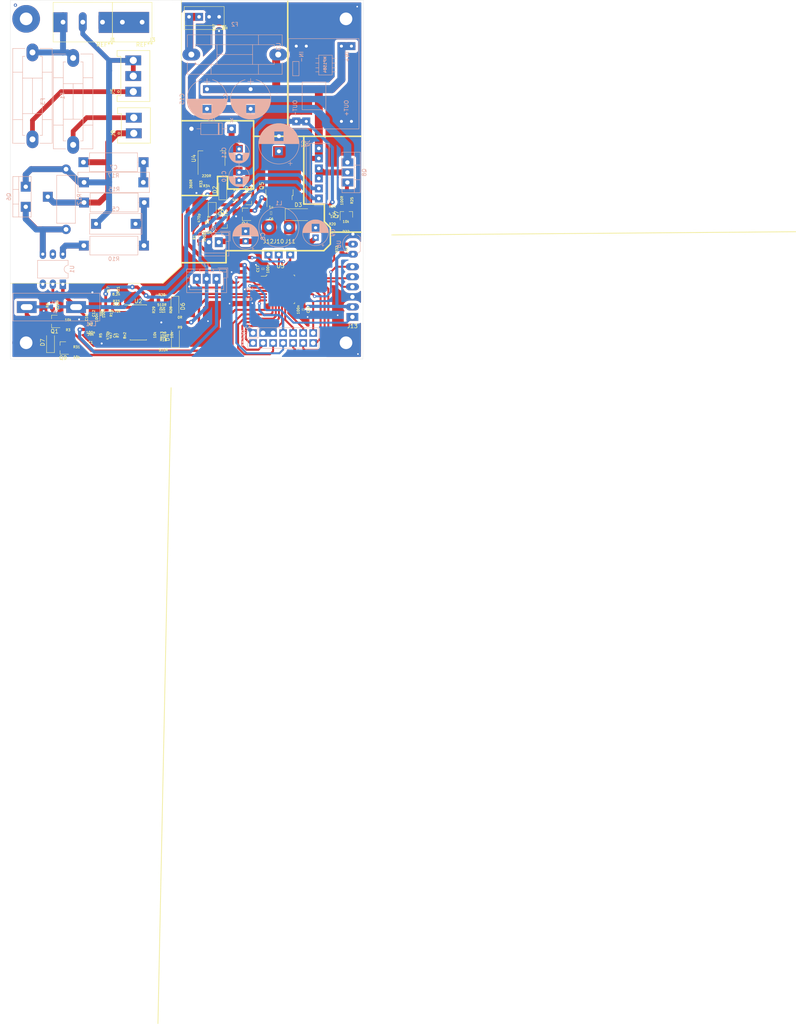
<source format=kicad_pcb>
(kicad_pcb (version 20171130) (host pcbnew "(5.1.5)-3")
  (layers (0 F.Cu signal) (31 B.Cu signal) (34 B.Paste user) (35 F.Paste user) (36 B.SilkS user) (37 F.SilkS user) (38 B.Mask user hide) (39 F.Mask user hide) (44 Edge.Cuts user))
  (net 0 "")
  (net 1 GND)
  (net 2 "Net-(C1-Pad1)")
  (net 3 "Net-(C2-Pad2)")
  (net 4 "Net-(C2-Pad1)")
  (net 5 +24V)
  (net 6 "Net-(C4-Pad2)")
  (net 7 "Net-(C4-Pad1)")
  (net 8 "AC_230(N)")
  (net 9 "Net-(C5-Pad1)")
  (net 10 "Net-(C6-Pad2)")
  (net 11 "Net-(C6-Pad1)")
  (net 12 "Net-(C7-Pad1)")
  (net 13 FAN_SUPPLY)
  (net 14 +5V)
  (net 15 +3V3)
  (net 16 "Net-(C12-Pad1)")
  (net 17 "Net-(C13-Pad2)")
  (net 18 "Net-(C13-Pad1)")
  (net 19 "Net-(D1-Pad1)")
  (net 20 THERM_HOTAIR_ADC)
  (net 21 THERM_IRON_ADC)
  (net 22 "Net-(F1-Pad1)")
  (net 23 "AC_230(L)")
  (net 24 "Net-(F2-Pad2)")
  (net 25 "Net-(F3-Pad2)")
  (net 26 7SEG_DIN)
  (net 27 7SEG_LATCH)
  (net 28 7SEG_CLK)
  (net 29 SOLDER_ON_SW)
  (net 30 HOTAIR_ON_SW)
  (net 31 HOTAIR_FAN_DOWN_SW)
  (net 32 HOTAIR_FAN_UP_SW)
  (net 33 HOTAIR_UP_SW)
  (net 34 HOTAIR_DOWN_SW)
  (net 35 SOLDER_UP_SW)
  (net 36 SOLDER_DOWN_SW)
  (net 37 HOTAIR_REED_SW)
  (net 38 SOLDERING_IRON_THERM)
  (net 39 "Net-(J8-Pad1)")
  (net 40 "Net-(J10-Pad1)")
  (net 41 "Net-(J11-Pad1)")
  (net 42 "Net-(J12-Pad1)")
  (net 43 UART_DBG_TX)
  (net 44 SWCLK)
  (net 45 SWDIO)
  (net 46 RST)
  (net 47 "Net-(Q1-Pad3)")
  (net 48 "Net-(Q1-Pad1)")
  (net 49 "Net-(Q3-Pad2)")
  (net 50 "Net-(Q6-Pad3)")
  (net 51 "Net-(Q7-Pad3)")
  (net 52 "Net-(Q7-Pad1)")
  (net 53 "Net-(Q8-Pad1)")
  (net 54 "Net-(Q9-Pad1)")
  (net 55 FAN_PWM)
  (net 56 HOTAIR_HEATER_CTRL)
  (net 57 "Net-(R6-Pad2)")
  (net 58 "Net-(R10-Pad1)")
  (net 59 "Net-(R13-Pad2)")
  (net 60 "Net-(R16-Pad2)")
  (net 61 SOLD_IRON_HEATER_CTRL)
  (net 62 "Net-(R28-Pad2)")
  (net 63 "Net-(R29-Pad2)")
  (net 64 BUZZER)
  (net 65 "Net-(R32-Pad2)")
  (net 66 "Net-(J1-Pad1)")
  (net 67 "Net-(C14-Pad2)")
  (net 68 "Net-(R33-Pad1)")
  (net 69 SOLDERING_IRON_HEATER_GND)
  (net 70 THERM_GND)
  (net 71 HOTAIR_THERM)
  (net 72 "Net-(D7-Pad2)")
  (net 73 "Net-(D7-Pad1)")
  (module Capacitors:0805 (layer B.Cu) (at 28.321 95.631 180)
    (fp_text reference R11 (at 0 1.27) (layer B.SilkS) (effects (font (size 0.6096 0.6096) (thickness 0.127)) (justify mirror)))
    (fp_text value 2k (at 0 -1.27) (layer B.SilkS) (effects (font (size 0.6096 0.6096) (thickness 0.127)) (justify mirror)))
    (pad 2 smd rect (at 0.89916 0 180) (size 0.79756 1.19888) (layers B.Cu B.Paste B.Mask) (net 72 "Net-(D7-Pad2)"))
    (pad 1 smd rect (at -0.89916 0 180) (size 0.79756 1.19888) (layers B.Cu B.Paste B.Mask) (net 14 +5V))
  )
  (module Diodes_SMD:D_MiniMELF (layer F.Cu) (at 27.178 104.648 90)
    (fp_text reference D7 (at 0 -2 90) (layer F.SilkS))
    (fp_text value 1N4148)
    (pad 2 smd rect (at 1.75 0 90) (size 1.3 1.7) (layers F.Cu F.Paste F.Mask) (net 72 "Net-(D7-Pad2)"))
    (pad 1 smd rect (at -1.75 0 90) (size 1.3 1.7) (layers F.Cu F.Paste F.Mask) (net 73 "Net-(D7-Pad1)"))
  )
  (module My-Footprints:TO-92_Inline_Wide (layer B.Cu) (at 103.759 77.216 270)
    (fp_text reference U6 (at 2.54 3.56 270) (layer B.SilkS) (effects (justify mirror)))
    (fp_text value DS18B20)
    (pad 1 thru_hole rect (at 0 0 180) (size 2.4 1.7) (drill 0.8) (layers *.Cu *.Mask) (net 1 GND))
    (pad 3 thru_hole oval (at 5.08 0 180) (size 2.5 1.7) (drill 0.8) (layers *.Cu *.Mask) (net 15 +3V3))
    (pad 2 thru_hole oval (at 2.54 0 180) (size 2.5 1.7) (drill 0.8) (layers *.Cu *.Mask) (net 65 "Net-(R32-Pad2)"))
  )
  (module TO_SOT_Packages_SMD:TO-252-2 (layer F.Cu) (at 85.1662 64.9732 90)
    (fp_text reference Q5 (at 0 -4.5 90) (layer F.SilkS))
    (fp_text value IRLIZ44N)
    (pad 2 smd rect (at 0.425 1.525 90) (size 3.05 2.75) (layers F.Cu F.Paste) (net 5 +24V))
    (pad 2 smd rect (at 3.775 -1.525 90) (size 3.05 2.75) (layers F.Cu F.Paste) (net 5 +24V))
    (pad 2 smd rect (at 0.425 -1.525 90) (size 3.05 2.75) (layers F.Cu F.Paste) (net 5 +24V))
    (pad 2 smd rect (at 3.775 1.525 90) (size 3.05 2.75) (layers F.Cu F.Paste) (net 5 +24V))
    (pad 2 smd rect (at 2.1 0 90) (size 6.4 5.8) (layers F.Cu F.Mask) (net 5 +24V))
    (pad 3 smd rect (at -4.2 2.28 90) (size 2.2 1.2) (layers F.Cu F.Paste F.Mask) (net 11 "Net-(C6-Pad1)"))
    (pad 1 smd rect (at -4.2 -2.28 90) (size 2.2 1.2) (layers F.Cu F.Paste F.Mask) (net 49 "Net-(Q3-Pad2)"))
  )
  (module Capacitors:0603 (layer F.Cu) (at 91.186 96.3295 270)
    (fp_text reference C19 (at 0 -1.27 90) (layer F.SilkS) (effects (font (size 0.6096 0.6096) (thickness 0.127))))
    (fp_text value 100n (at 0 1.27 90) (layer F.SilkS) (effects (font (size 0.6096 0.6096) (thickness 0.127))))
    (pad 2 smd rect (at 0.84836 0 270) (size 1.09982 0.99822) (layers F.Cu F.Paste F.Mask) (net 1 GND))
    (pad 1 smd rect (at -0.84836 0 270) (size 1.09982 0.99822) (layers F.Cu F.Paste F.Mask) (net 15 +3V3))
  )
  (module Capacitors:0603 (layer B.Cu) (at 77.4065 92.3925)
    (fp_text reference C18 (at 0 1.27) (layer B.SilkS) (effects (font (size 0.6096 0.6096) (thickness 0.127)) (justify mirror)))
    (fp_text value 100n (at 0 -1.27) (layer B.SilkS) (effects (font (size 0.6096 0.6096) (thickness 0.127)) (justify mirror)))
    (pad 2 smd rect (at 0.84836 0) (size 1.09982 0.99822) (layers B.Cu B.Paste B.Mask) (net 1 GND))
    (pad 1 smd rect (at -0.84836 0) (size 1.09982 0.99822) (layers B.Cu B.Paste B.Mask) (net 15 +3V3))
  )
  (module Capacitors:0603 (layer F.Cu) (at 80.9625 85.979 90)
    (fp_text reference C17 (at 0 -1.27 90) (layer F.SilkS) (effects (font (size 0.6096 0.6096) (thickness 0.127))))
    (fp_text value 100n (at 0 1.27 90) (layer F.SilkS) (effects (font (size 0.6096 0.6096) (thickness 0.127))))
    (pad 2 smd rect (at 0.84836 0 90) (size 1.09982 0.99822) (layers F.Cu F.Paste F.Mask) (net 1 GND))
    (pad 1 smd rect (at -0.84836 0 90) (size 1.09982 0.99822) (layers F.Cu F.Paste F.Mask) (net 15 +3V3))
  )
  (module My-Footprints:Buzzer (layer B.Cu) (at 17.653 99.187)
    (fp_text reference LS1 (at 19.8 0.8) (layer B.SilkS) (effects (justify mirror)))
    (fp_text value BUZZER)
    (pad - thru_hole rect (at 16 -3.5) (size 5 3) (drill oval 3 1.5) (layers *.Cu *.Mask) (net 14 +5V))
    (pad + thru_hole rect (at 3.5 -3.5) (size 5 3) (drill oval 3 1.5) (layers *.Cu *.Mask) (net 72 "Net-(D7-Pad2)"))
  )
  (module Diode_SMD:D_MELF (layer F.Cu) (at 89.916 72.2884)
    (fp_text reference D3 (at 0 -2.5) (layer F.SilkS))
    (fp_text value 1N5819)
    (pad 2 smd rect (at 2.4 0) (size 1.5 2.7) (layers F.Cu F.Paste F.Mask) (net 1 GND))
    (pad 1 smd rect (at -2.4 0) (size 1.5 2.7) (layers F.Cu F.Paste F.Mask) (net 11 "Net-(C6-Pad1)"))
  )
  (module Capacitors:0805 (layer F.Cu) (at 59.944 99.568 180)
    (fp_text reference R9 (at 0 -1.27) (layer F.SilkS) (effects (font (size 0.6096 0.6096) (thickness 0.127))))
    (fp_text value 0R (at 0 1.27) (layer F.SilkS) (effects (font (size 0.6096 0.6096) (thickness 0.127))))
    (pad 2 smd rect (at 0.89916 0 180) (size 0.79756 1.19888) (layers F.Cu F.Paste F.Mask) (net 1 GND))
    (pad 1 smd rect (at -0.89916 0 180) (size 0.79756 1.19888) (layers F.Cu F.Paste F.Mask) (net 70 THERM_GND))
  )
  (module My-Footprints:TO-220-3_Vertical (layer B.Cu) (at 20.905 65.214 270)
    (fp_text reference Q6 (at 2.54 4.27 270) (layer B.SilkS) (effects (justify mirror)))
    (fp_text value BT139-600)
    (pad 1 thru_hole rect (at 0 0 270) (size 2.5 2.5) (drill 1.1) (layers *.Cu *.Mask) (net 8 "AC_230(N)"))
    (pad 2 thru_hole rect (at 2.54 -5.588 270) (size 2.5 2.5) (drill 1.1) (layers *.Cu *.Mask) (net 39 "Net-(J8-Pad1)"))
    (pad 3 thru_hole rect (at 5.08 0 270) (size 2.5 2.5) (drill 1.1) (layers *.Cu *.Mask) (net 50 "Net-(Q6-Pad3)"))
  )
  (module Resistor_THT:R_Axial_DIN0414_L11.9mm_D4.5mm_P15.24mm_Horizontal (layer B.Cu) (at 50.905 69.214 180)
    (fp_text reference R15 (at 7.62 3.37) (layer B.SilkS) (effects (justify mirror)))
    (fp_text value 2x390R)
    (pad 2 thru_hole rect (at 15.24 0 180) (size 2.5 2.5) (drill 1.2) (layers *.Cu *.Mask) (net 39 "Net-(J8-Pad1)"))
    (pad 1 thru_hole rect (at 0 0 180) (size 2.5 2.5) (drill 1.2) (layers *.Cu *.Mask) (net 9 "Net-(C5-Pad1)"))
  )
  (module Resistor_THT:R_Axial_DIN0414_L11.9mm_D4.5mm_P15.24mm_Horizontal (layer B.Cu) (at 35.605 80.114)
    (fp_text reference R10 (at 7.62 3.37) (layer B.SilkS) (effects (justify mirror)))
    (fp_text value 2x390R)
    (pad 2 thru_hole rect (at 15.24 0) (size 2.5 2.5) (drill 1.2) (layers *.Cu *.Mask) (net 9 "Net-(C5-Pad1)"))
    (pad 1 thru_hole rect (at 0 0) (size 2.5 2.5) (drill 1.2) (layers *.Cu *.Mask) (net 58 "Net-(R10-Pad1)"))
  )
  (module Resistor_THT:R_Axial_DIN0414_L11.9mm_D4.5mm_P15.24mm_Horizontal (layer B.Cu) (at 35.505 59.014)
    (fp_text reference R17 (at 7.62 3.37) (layer B.SilkS) (effects (justify mirror)))
    (fp_text value 100R)
    (pad 2 thru_hole rect (at 15.24 0) (size 2.5 2.5) (drill 1.2) (layers *.Cu *.Mask) (net 12 "Net-(C7-Pad1)"))
    (pad 1 thru_hole rect (at 0 0) (size 2.5 2.5) (drill 1.2) (layers *.Cu *.Mask) (net 39 "Net-(J8-Pad1)"))
  )
  (module Resistor_THT:R_Axial_DIN0414_L11.9mm_D4.5mm_P15.24mm_Horizontal (layer B.Cu) (at 31.105 76.014 90)
    (fp_text reference R12 (at 7.62 3.37 270) (layer B.SilkS) (effects (justify mirror)))
    (fp_text value 390R)
    (pad 2 thru_hole oval (at 15.24 0 90) (size 2.4 2.4) (drill 1.2) (layers *.Cu *.Mask) (net 8 "AC_230(N)"))
    (pad 1 thru_hole circle (at 0 0 90) (size 2.4 2.4) (drill 1.2) (layers *.Cu *.Mask) (net 50 "Net-(Q6-Pad3)"))
  )
  (module Package_TO_SOT_SMD:SOT-223-3_TabPin2 (layer F.Cu) (at 67.945 58.039 90)
    (fp_text reference U4 (at 0 -4.5 90) (layer F.SilkS))
    (fp_text value AP1117-ADJ)
    (pad 1 smd rect (at -3.15 -2.3 90) (size 2 1.5) (layers F.Cu F.Paste F.Mask) (net 68 "Net-(R33-Pad1)"))
    (pad 3 smd rect (at -3.15 2.3 90) (size 2 1.5) (layers F.Cu F.Paste F.Mask) (net 14 +5V))
    (pad 2 smd rect (at -3.15 0 90) (size 2 1.5) (layers F.Cu F.Paste F.Mask) (net 15 +3V3))
    (pad 2 smd rect (at 3.15 0 90) (size 2 3.8) (layers F.Cu F.Paste F.Mask) (net 15 +3V3))
  )
  (module Capacitors:0805 (layer F.Cu) (at 66.675 63.754 180)
    (fp_text reference R34 (at 0 -1.27) (layer F.SilkS) (effects (font (size 0.6096 0.6096) (thickness 0.127))))
    (fp_text value 220R (at 0 1.27) (layer F.SilkS) (effects (font (size 0.6096 0.6096) (thickness 0.127))))
    (pad 2 smd rect (at 0.89916 0 180) (size 0.79756 1.19888) (layers F.Cu F.Paste F.Mask) (net 68 "Net-(R33-Pad1)"))
    (pad 1 smd rect (at -0.89916 0 180) (size 0.79756 1.19888) (layers F.Cu F.Paste F.Mask) (net 15 +3V3))
  )
  (module Capacitors:0805 (layer F.Cu) (at 64.008 64.516 270)
    (fp_text reference R33 (at 0 -1.27 90) (layer F.SilkS) (effects (font (size 0.6096 0.6096) (thickness 0.127))))
    (fp_text value 360R (at 0 1.27 90) (layer F.SilkS) (effects (font (size 0.6096 0.6096) (thickness 0.127))))
    (pad 2 smd rect (at 0.89916 0 270) (size 0.79756 1.19888) (layers F.Cu F.Paste F.Mask) (net 1 GND))
    (pad 1 smd rect (at -0.89916 0 270) (size 0.79756 1.19888) (layers F.Cu F.Paste F.Mask) (net 68 "Net-(R33-Pad1)"))
  )
  (module My-Footprints:Screw-Terminal-5.00mm-2pin (layer F.Cu) (at 52.875 28.548 180)
    (fp_text reference J3 (at 0 0.5) (layer F.SilkS))
    (fp_text value EARTH_GND)
    (fp_text user REF** (at 1.9 -0.7) (layer F.SilkS))
    (pad 2 thru_hole oval (at 7.5 5 270) (size 5 3) (drill 1.2) (layers *.Cu *.Mask) (net 66 "Net-(J1-Pad1)"))
    (pad 1 thru_hole oval (at 2.5 5 270) (size 5 3) (drill 1.2) (layers *.Cu *.Mask) (net 66 "Net-(J1-Pad1)"))
  )
  (module My-Footprints:Screw-Terminal-5.00mm-3pin (layer F.Cu) (at 42.842 28.548 180)
    (fp_text reference J1 (at 0 0.5) (layer F.SilkS))
    (fp_text value 230VAC_IN)
    (fp_text user REF** (at 1.9 -0.7) (layer F.SilkS))
    (pad 3 thru_hole oval (at 12.5 5 270) (size 5 2) (drill 1.2) (layers *.Cu *.Mask) (net 23 "AC_230(L)"))
    (pad 2 thru_hole oval (at 7.5 5 270) (size 5 2) (drill 1.2) (layers *.Cu *.Mask) (net 8 "AC_230(N)"))
    (pad 1 thru_hole oval (at 2.5 5 270) (size 5 2) (drill 1.2) (layers *.Cu *.Mask) (net 66 "Net-(J1-Pad1)"))
  )
  (module Package_QFP:LQFP-32_7x7mm_P0.8mm (layer F.Cu) (at 85.4075 91.186)
    (fp_text reference U5 (at 0 -5.88) (layer F.SilkS))
    (fp_text value STM32F030K6Tx)
    (pad 32 smd roundrect (at -2.8 -4.175) (size 0.5 1.5) (layers F.Cu F.Paste F.Mask) (net 1 GND))
    (pad 31 smd roundrect (at -2 -4.175) (size 0.5 1.5) (layers F.Cu F.Paste F.Mask) (net 1 GND))
    (pad 30 smd roundrect (at -1.2 -4.175) (size 0.5 1.5) (layers F.Cu F.Paste F.Mask) (net 42 "Net-(J12-Pad1)"))
    (pad 29 smd roundrect (at -0.4 -4.175) (size 0.5 1.5) (layers F.Cu F.Paste F.Mask) (net 40 "Net-(J10-Pad1)"))
    (pad 28 smd roundrect (at 0.4 -4.175) (size 0.5 1.5) (layers F.Cu F.Paste F.Mask) (net 55 FAN_PWM))
    (pad 27 smd roundrect (at 1.2 -4.175) (size 0.5 1.5) (layers F.Cu F.Paste F.Mask) (net 41 "Net-(J11-Pad1)"))
    (pad 26 smd roundrect (at 2 -4.175) (size 0.5 1.5) (layers F.Cu F.Paste F.Mask) (net 61 SOLD_IRON_HEATER_CTRL))
    (pad 25 smd roundrect (at 2.8 -4.175) (size 0.5 1.5) (layers F.Cu F.Paste F.Mask) (net 65 "Net-(R32-Pad2)"))
    (pad 24 smd roundrect (at 4.175 -2.8) (size 1.5 0.5) (layers F.Cu F.Paste F.Mask) (net 44 SWCLK))
    (pad 23 smd roundrect (at 4.175 -2) (size 1.5 0.5) (layers F.Cu F.Paste F.Mask) (net 45 SWDIO))
    (pad 22 smd roundrect (at 4.175 -1.2) (size 1.5 0.5) (layers F.Cu F.Paste F.Mask) (net 30 HOTAIR_ON_SW))
    (pad 21 smd roundrect (at 4.175 -0.4) (size 1.5 0.5) (layers F.Cu F.Paste F.Mask) (net 31 HOTAIR_FAN_DOWN_SW))
    (pad 20 smd roundrect (at 4.175 0.4) (size 1.5 0.5) (layers F.Cu F.Paste F.Mask) (net 32 HOTAIR_FAN_UP_SW))
    (pad 19 smd roundrect (at 4.175 1.2) (size 1.5 0.5) (layers F.Cu F.Paste F.Mask) (net 43 UART_DBG_TX))
    (pad 18 smd roundrect (at 4.175 2) (size 1.5 0.5) (layers F.Cu F.Paste F.Mask) (net 33 HOTAIR_UP_SW))
    (pad 17 smd roundrect (at 4.175 2.8) (size 1.5 0.5) (layers F.Cu F.Paste F.Mask) (net 15 +3V3))
    (pad 16 smd roundrect (at 2.8 4.175) (size 0.5 1.5) (layers F.Cu F.Paste F.Mask) (net 1 GND))
    (pad 15 smd roundrect (at 2 4.175) (size 0.5 1.5) (layers F.Cu F.Paste F.Mask) (net 34 HOTAIR_DOWN_SW))
    (pad 14 smd roundrect (at 1.2 4.175) (size 0.5 1.5) (layers F.Cu F.Paste F.Mask) (net 35 SOLDER_UP_SW))
    (pad 13 smd roundrect (at 0.4 4.175) (size 0.5 1.5) (layers F.Cu F.Paste F.Mask) (net 26 7SEG_DIN))
    (pad 12 smd roundrect (at -0.4 4.175) (size 0.5 1.5) (layers F.Cu F.Paste F.Mask) (net 27 7SEG_LATCH))
    (pad 11 smd roundrect (at -1.2 4.175) (size 0.5 1.5) (layers F.Cu F.Paste F.Mask) (net 28 7SEG_CLK))
    (pad 10 smd roundrect (at -2 4.175) (size 0.5 1.5) (layers F.Cu F.Paste F.Mask) (net 64 BUZZER))
    (pad 9 smd roundrect (at -2.8 4.175) (size 0.5 1.5) (layers F.Cu F.Paste F.Mask) (net 56 HOTAIR_HEATER_CTRL))
    (pad 8 smd roundrect (at -4.175 2.8) (size 1.5 0.5) (layers F.Cu F.Paste F.Mask) (net 36 SOLDER_DOWN_SW))
    (pad 7 smd roundrect (at -4.175 2) (size 1.5 0.5) (layers F.Cu F.Paste F.Mask) (net 20 THERM_HOTAIR_ADC))
    (pad 6 smd roundrect (at -4.175 1.2) (size 1.5 0.5) (layers F.Cu F.Paste F.Mask) (net 21 THERM_IRON_ADC))
    (pad 5 smd roundrect (at -4.175 0.4) (size 1.5 0.5) (layers F.Cu F.Paste F.Mask) (net 15 +3V3))
    (pad 4 smd roundrect (at -4.175 -0.4) (size 1.5 0.5) (layers F.Cu F.Paste F.Mask) (net 46 RST))
    (pad 3 smd roundrect (at -4.175 -1.2) (size 1.5 0.5) (layers F.Cu F.Paste F.Mask) (net 37 HOTAIR_REED_SW))
    (pad 2 smd roundrect (at -4.175 -2) (size 1.5 0.5) (layers F.Cu F.Paste F.Mask) (net 29 SOLDER_ON_SW))
    (pad 1 smd roundrect (at -4.175 -2.8) (size 1.5 0.5) (layers F.Cu F.Paste F.Mask) (net 15 +3V3))
  )
  (module My-Footprints:MP1584_Mini_3A_Step_Down_Conv (layer B.Cu) (at 87.505 27.714 270)
    (fp_text reference U3 (at 2 2.6 270) (layer B.SilkS) (effects (justify mirror)))
    (fp_text value MP1584-Step-Down)
    (fp_text user OUT+ (at 17.6 -14.6 270) (layer B.SilkS) (effects (justify mirror)))
    (fp_text user OUT- (at 17.6 -1.6 270) (layer B.SilkS) (effects (justify mirror)))
    (fp_text user IN- (at 4.6 -3.2 270) (layer B.SilkS) (effects (justify mirror)))
    (fp_text user IN+ (at 4.6 -14.8 270) (layer B.SilkS) (effects (justify mirror)))
    (fp_text user MP1584 (at 6.6 -9.2 270) (layer B.SilkS) (effects (font (size 0.7 0.7)) (justify mirror)))
    (pad 3 thru_hole rect (at 20.955 -15.875 270) (size 2 2) (drill 0.762) (layers *.Cu *.Mask) (net 1 GND))
    (pad 3 thru_hole rect (at 20.955 -13.335 270) (size 2 2) (drill 0.762) (layers *.Cu *.Mask) (net 1 GND))
    (pad 4 thru_hole rect (at 20.955 -4.445 270) (size 2 2) (drill 0.762) (layers *.Cu *.Mask) (net 14 +5V))
    (pad 4 thru_hole rect (at 20.955 -1.905 270) (size 2 2) (drill 0.762) (layers *.Cu *.Mask) (net 14 +5V))
    (pad 1 thru_hole rect (at 1.905 -15.875 270) (size 2 2) (drill 0.762) (layers *.Cu *.Mask) (net 5 +24V))
    (pad 1 thru_hole rect (at 1.905 -13.335 270) (size 2 2) (drill 0.762) (layers *.Cu *.Mask) (net 5 +24V))
    (pad 2 thru_hole rect (at 1.905 -4.445 270) (size 2 2) (drill 0.762) (layers *.Cu *.Mask) (net 1 GND))
    (pad 2 thru_hole rect (at 1.905 -1.905 270) (size 2 2) (drill 0.762) (layers *.Cu *.Mask) (net 1 GND))
  )
  (module Housings_SOIC:SOIC-14_3.9x8.7mm_Pitch1.27mm (layer F.Cu) (at 49.403 99.568)
    (fp_text reference U2 (at 0 -5.375) (layer F.SilkS))
    (fp_text value LMV324)
    (pad 14 smd rect (at 2.7 -3.81) (size 1.5 0.6) (layers F.Cu F.Paste F.Mask) (net 63 "Net-(R29-Pad2)"))
    (pad 13 smd rect (at 2.7 -2.54) (size 1.5 0.6) (layers F.Cu F.Paste F.Mask) (net 62 "Net-(R28-Pad2)"))
    (pad 12 smd rect (at 2.7 -1.27) (size 1.5 0.6) (layers F.Cu F.Paste F.Mask) (net 18 "Net-(C13-Pad1)"))
    (pad 11 smd rect (at 2.7 0) (size 1.5 0.6) (layers F.Cu F.Paste F.Mask) (net 1 GND))
    (pad 10 smd rect (at 2.7 1.27) (size 1.5 0.6) (layers F.Cu F.Paste F.Mask) (net 7 "Net-(C4-Pad1)"))
    (pad 9 smd rect (at 2.7 2.54) (size 1.5 0.6) (layers F.Cu F.Paste F.Mask) (net 59 "Net-(R13-Pad2)"))
    (pad 8 smd rect (at 2.7 3.81) (size 1.5 0.6) (layers F.Cu F.Paste F.Mask) (net 60 "Net-(R16-Pad2)"))
    (pad 7 smd rect (at -2.7 3.81) (size 1.5 0.6) (layers F.Cu F.Paste F.Mask) (net 7 "Net-(C4-Pad1)"))
    (pad 6 smd rect (at -2.7 2.54) (size 1.5 0.6) (layers F.Cu F.Paste F.Mask) (net 6 "Net-(C4-Pad2)"))
    (pad 5 smd rect (at -2.7 1.27) (size 1.5 0.6) (layers F.Cu F.Paste F.Mask) (net 2 "Net-(C1-Pad1)"))
    (pad 4 smd rect (at -2.7 0) (size 1.5 0.6) (layers F.Cu F.Paste F.Mask) (net 14 +5V))
    (pad 3 smd rect (at -2.7 -1.27) (size 1.5 0.6) (layers F.Cu F.Paste F.Mask) (net 16 "Net-(C12-Pad1)"))
    (pad 2 smd rect (at -2.7 -2.54) (size 1.5 0.6) (layers F.Cu F.Paste F.Mask) (net 17 "Net-(C13-Pad2)"))
    (pad 1 smd rect (at -2.7 -3.81) (size 1.5 0.6) (layers F.Cu F.Paste F.Mask) (net 18 "Net-(C13-Pad1)"))
  )
  (module Housings_DIP:DIP-6_W7.62mm_LongPads (layer B.Cu) (at 30.305 89.914 90)
    (fp_text reference U1 (at 3.81 2.33 270) (layer B.SilkS) (effects (justify mirror)))
    (fp_text value MOC3041M)
    (pad 6 thru_hole oval (at 7.62 0 90) (size 2.4 1.6) (drill 0.8) (layers *.Cu *.Mask) (net 58 "Net-(R10-Pad1)"))
    (pad 3 thru_hole oval (at 0 -5.08 90) (size 2.4 1.6) (drill 0.8) (layers *.Cu *.Mask))
    (pad 5 thru_hole oval (at 7.62 -2.54 90) (size 2.4 1.6) (drill 0.8) (layers *.Cu *.Mask))
    (pad 2 thru_hole oval (at 0 -2.54 90) (size 2.4 1.6) (drill 0.8) (layers *.Cu *.Mask) (net 57 "Net-(R6-Pad2)"))
    (pad 4 thru_hole oval (at 7.62 -5.08 90) (size 2.4 1.6) (drill 0.8) (layers *.Cu *.Mask) (net 50 "Net-(Q6-Pad3)"))
    (pad 1 thru_hole rect (at 0 0 90) (size 2.4 1.6) (drill 0.8) (layers *.Cu *.Mask) (net 14 +5V))
  )
  (module Capacitors:0805 (layer F.Cu) (at 100.965 81.03616 90)
    (fp_text reference R32 (at 0 -1.27 90) (layer F.SilkS) (effects (font (size 0.6096 0.6096) (thickness 0.127))))
    (fp_text value 4k7 (at 0 1.27 90) (layer F.SilkS) (effects (font (size 0.6096 0.6096) (thickness 0.127))))
    (pad 2 smd rect (at 0.89916 0 90) (size 0.79756 1.19888) (layers F.Cu F.Paste F.Mask) (net 65 "Net-(R32-Pad2)"))
    (pad 1 smd rect (at -0.89916 0 90) (size 0.79756 1.19888) (layers F.Cu F.Paste F.Mask) (net 15 +3V3))
  )
  (module Capacitors:0805 (layer F.Cu) (at 33.782 107.061)
    (fp_text reference R31 (at 0 -1.27) (layer F.SilkS) (effects (font (size 0.6096 0.6096) (thickness 0.127))))
    (fp_text value 10k (at 0 1.27) (layer F.SilkS) (effects (font (size 0.6096 0.6096) (thickness 0.127))))
    (pad 2 smd rect (at 0.89916 0) (size 0.79756 1.19888) (layers F.Cu F.Paste F.Mask) (net 64 BUZZER))
    (pad 1 smd rect (at -0.89916 0) (size 0.79756 1.19888) (layers F.Cu F.Paste F.Mask) (net 54 "Net-(Q9-Pad1)"))
  )
  (module Capacitors:0805 (layer F.Cu) (at 55.372 93.853)
    (fp_text reference R30 (at 0 -1.27) (layer F.SilkS) (effects (font (size 0.6096 0.6096) (thickness 0.127))))
    (fp_text value 510R (at 0 1.27) (layer F.SilkS) (effects (font (size 0.6096 0.6096) (thickness 0.127))))
    (pad 2 smd rect (at 0.89916 0) (size 0.79756 1.19888) (layers F.Cu F.Paste F.Mask) (net 21 THERM_IRON_ADC))
    (pad 1 smd rect (at -0.89916 0) (size 0.79756 1.19888) (layers F.Cu F.Paste F.Mask) (net 63 "Net-(R29-Pad2)"))
  )
  (module Capacitors:0805 (layer F.Cu) (at 54.61 96.393 90)
    (fp_text reference R29 (at 0 -1.27 90) (layer F.SilkS) (effects (font (size 0.6096 0.6096) (thickness 0.127))))
    (fp_text value 10k (at 0 1.27 90) (layer F.SilkS) (effects (font (size 0.6096 0.6096) (thickness 0.127))))
    (pad 2 smd rect (at 0.89916 0 90) (size 0.79756 1.19888) (layers F.Cu F.Paste F.Mask) (net 63 "Net-(R29-Pad2)"))
    (pad 1 smd rect (at -0.89916 0 90) (size 0.79756 1.19888) (layers F.Cu F.Paste F.Mask) (net 62 "Net-(R28-Pad2)"))
  )
  (module Capacitors:0805 (layer F.Cu) (at 56.388 96.393 270)
    (fp_text reference R28 (at 0 -1.27 90) (layer F.SilkS) (effects (font (size 0.6096 0.6096) (thickness 0.127))))
    (fp_text value 10k (at 0 1.27 90) (layer F.SilkS) (effects (font (size 0.6096 0.6096) (thickness 0.127))))
    (pad 2 smd rect (at 0.89916 0 270) (size 0.79756 1.19888) (layers F.Cu F.Paste F.Mask) (net 62 "Net-(R28-Pad2)"))
    (pad 1 smd rect (at -0.89916 0 270) (size 0.79756 1.19888) (layers F.Cu F.Paste F.Mask) (net 1 GND))
  )
  (module Capacitors:0805 (layer F.Cu) (at 69.85 24.892 90)
    (fp_text reference R27 (at 0 -1.27 90) (layer F.SilkS) (effects (font (size 0.6096 0.6096) (thickness 0.127))))
    (fp_text value 0R (at 0 1.27 90) (layer F.SilkS) (effects (font (size 0.6096 0.6096) (thickness 0.127))))
    (pad 2 smd rect (at 0.89916 0 90) (size 0.79756 1.19888) (layers F.Cu F.Paste F.Mask) (net 1 GND))
    (pad 1 smd rect (at -0.89916 0 90) (size 0.79756 1.19888) (layers F.Cu F.Paste F.Mask) (net 67 "Net-(C14-Pad2)"))
  )
  (module Capacitors:0805 (layer F.Cu) (at 102.235 68.707 270)
    (fp_text reference R25 (at 0 -1.27 90) (layer F.SilkS) (effects (font (size 0.6096 0.6096) (thickness 0.127))))
    (fp_text value 100R (at 0 1.27 90) (layer F.SilkS) (effects (font (size 0.6096 0.6096) (thickness 0.127))))
    (pad 2 smd rect (at 0.89916 0 270) (size 0.79756 1.19888) (layers F.Cu F.Paste F.Mask) (net 51 "Net-(Q7-Pad3)"))
    (pad 1 smd rect (at -0.89916 0 270) (size 0.79756 1.19888) (layers F.Cu F.Paste F.Mask) (net 53 "Net-(Q8-Pad1)"))
  )
  (module Capacitors:0805 (layer F.Cu) (at 98.552 71.501)
    (fp_text reference R24 (at 0 -1.27) (layer F.SilkS) (effects (font (size 0.6096 0.6096) (thickness 0.127))))
    (fp_text value 1k (at 0 1.27) (layer F.SilkS) (effects (font (size 0.6096 0.6096) (thickness 0.127))))
    (pad 2 smd rect (at 0.89916 0) (size 0.79756 1.19888) (layers F.Cu F.Paste F.Mask) (net 51 "Net-(Q7-Pad3)"))
    (pad 1 smd rect (at -0.89916 0) (size 0.79756 1.19888) (layers F.Cu F.Paste F.Mask) (net 14 +5V))
  )
  (module Capacitors:0805 (layer F.Cu) (at 43.815 95.504)
    (fp_text reference R23 (at 0 -1.27) (layer F.SilkS) (effects (font (size 0.6096 0.6096) (thickness 0.127))))
    (fp_text value 470k (at 0 1.27) (layer F.SilkS) (effects (font (size 0.6096 0.6096) (thickness 0.127))))
    (pad 2 smd rect (at 0.89916 0) (size 0.79756 1.19888) (layers F.Cu F.Paste F.Mask) (net 18 "Net-(C13-Pad1)"))
    (pad 1 smd rect (at -0.89916 0) (size 0.79756 1.19888) (layers F.Cu F.Paste F.Mask) (net 17 "Net-(C13-Pad2)"))
  )
  (module Capacitors:0805 (layer F.Cu) (at 101.981 75.311 180)
    (fp_text reference R22 (at 0 -1.27) (layer F.SilkS) (effects (font (size 0.6096 0.6096) (thickness 0.127))))
    (fp_text value 10k (at 0 1.27) (layer F.SilkS) (effects (font (size 0.6096 0.6096) (thickness 0.127))))
    (pad 2 smd rect (at 0.89916 0 180) (size 0.79756 1.19888) (layers F.Cu F.Paste F.Mask) (net 52 "Net-(Q7-Pad1)"))
    (pad 1 smd rect (at -0.89916 0 180) (size 0.79756 1.19888) (layers F.Cu F.Paste F.Mask) (net 1 GND))
  )
  (module Capacitors:0805 (layer F.Cu) (at 43.053 91.313 270)
    (fp_text reference R21 (at 0 -1.27 90) (layer F.SilkS) (effects (font (size 0.6096 0.6096) (thickness 0.127))))
    (fp_text value 4k7 (at 0 1.27 90) (layer F.SilkS) (effects (font (size 0.6096 0.6096) (thickness 0.127))))
    (pad 2 smd rect (at 0.89916 0 270) (size 0.79756 1.19888) (layers F.Cu F.Paste F.Mask) (net 17 "Net-(C13-Pad2)"))
    (pad 1 smd rect (at -0.89916 0 270) (size 0.79756 1.19888) (layers F.Cu F.Paste F.Mask) (net 1 GND))
  )
  (module Capacitors:0805 (layer F.Cu) (at 98.552 73.406 180)
    (fp_text reference R20 (at 0 -1.27) (layer F.SilkS) (effects (font (size 0.6096 0.6096) (thickness 0.127))))
    (fp_text value 4,7k (at 0 1.27) (layer F.SilkS) (effects (font (size 0.6096 0.6096) (thickness 0.127))))
    (pad 2 smd rect (at 0.89916 0 180) (size 0.79756 1.19888) (layers F.Cu F.Paste F.Mask) (net 61 SOLD_IRON_HEATER_CTRL))
    (pad 1 smd rect (at -0.89916 0 180) (size 0.79756 1.19888) (layers F.Cu F.Paste F.Mask) (net 52 "Net-(Q7-Pad1)"))
  )
  (module Capacitors:0805 (layer F.Cu) (at 41.275 97.282 270)
    (fp_text reference R19 (at 0 -1.27 90) (layer F.SilkS) (effects (font (size 0.6096 0.6096) (thickness 0.127))))
    (fp_text value 39k (at 0 1.27 90) (layer F.SilkS) (effects (font (size 0.6096 0.6096) (thickness 0.127))))
    (pad 2 smd rect (at 0.89916 0 270) (size 0.79756 1.19888) (layers F.Cu F.Paste F.Mask) (net 16 "Net-(C12-Pad1)"))
    (pad 1 smd rect (at -0.89916 0 270) (size 0.79756 1.19888) (layers F.Cu F.Paste F.Mask) (net 38 SOLDERING_IRON_THERM))
  )
  (module Capacitors:0805 (layer F.Cu) (at 55.753 105.283)
    (fp_text reference R18 (at 0 -1.27) (layer F.SilkS) (effects (font (size 0.6096 0.6096) (thickness 0.127))))
    (fp_text value 510R (at 0 1.27) (layer F.SilkS) (effects (font (size 0.6096 0.6096) (thickness 0.127))))
    (pad 2 smd rect (at 0.89916 0) (size 0.79756 1.19888) (layers F.Cu F.Paste F.Mask) (net 20 THERM_HOTAIR_ADC))
    (pad 1 smd rect (at -0.89916 0) (size 0.79756 1.19888) (layers F.Cu F.Paste F.Mask) (net 60 "Net-(R16-Pad2)"))
  )
  (module Capacitors:0805 (layer F.Cu) (at 54.864 102.743 270)
    (fp_text reference R16 (at 0 -1.27 90) (layer F.SilkS) (effects (font (size 0.6096 0.6096) (thickness 0.127))))
    (fp_text value 10k (at 0 1.27 90) (layer F.SilkS) (effects (font (size 0.6096 0.6096) (thickness 0.127))))
    (pad 2 smd rect (at 0.89916 0 270) (size 0.79756 1.19888) (layers F.Cu F.Paste F.Mask) (net 60 "Net-(R16-Pad2)"))
    (pad 1 smd rect (at -0.89916 0 270) (size 0.79756 1.19888) (layers F.Cu F.Paste F.Mask) (net 59 "Net-(R13-Pad2)"))
  )
  (module Capacitors:0805 (layer F.Cu) (at 56.642 102.743 90)
    (fp_text reference R13 (at 0 -1.27 90) (layer F.SilkS) (effects (font (size 0.6096 0.6096) (thickness 0.127))))
    (fp_text value 10k (at 0 1.27 90) (layer F.SilkS) (effects (font (size 0.6096 0.6096) (thickness 0.127))))
    (pad 2 smd rect (at 0.89916 0 90) (size 0.79756 1.19888) (layers F.Cu F.Paste F.Mask) (net 59 "Net-(R13-Pad2)"))
    (pad 1 smd rect (at -0.89916 0 90) (size 0.79756 1.19888) (layers F.Cu F.Paste F.Mask) (net 1 GND))
  )
  (module Capacitors:0805 (layer F.Cu) (at 74.041 67.31)
    (fp_text reference R8 (at 0 -1.27) (layer F.SilkS) (effects (font (size 0.6096 0.6096) (thickness 0.127))))
    (fp_text value 4k7 (at 0 1.27) (layer F.SilkS) (effects (font (size 0.6096 0.6096) (thickness 0.127))))
    (pad 2 smd rect (at 0.89916 0) (size 0.79756 1.19888) (layers F.Cu F.Paste F.Mask) (net 19 "Net-(D1-Pad1)"))
    (pad 1 smd rect (at -0.89916 0) (size 0.79756 1.19888) (layers F.Cu F.Paste F.Mask) (net 10 "Net-(C6-Pad2)"))
  )
  (module Capacitors:0805 (layer F.Cu) (at 42.926 102.87 270)
    (fp_text reference R7 (at 0 -1.27 90) (layer F.SilkS) (effects (font (size 0.6096 0.6096) (thickness 0.127))))
    (fp_text value 470k (at 0 1.27 90) (layer F.SilkS) (effects (font (size 0.6096 0.6096) (thickness 0.127))))
    (pad 2 smd rect (at 0.89916 0 270) (size 0.79756 1.19888) (layers F.Cu F.Paste F.Mask) (net 7 "Net-(C4-Pad1)"))
    (pad 1 smd rect (at -0.89916 0 270) (size 0.79756 1.19888) (layers F.Cu F.Paste F.Mask) (net 6 "Net-(C4-Pad2)"))
  )
  (module Capacitors:0805 (layer F.Cu) (at 27.686 95.25 90)
    (fp_text reference R6 (at 0 -1.27 90) (layer F.SilkS) (effects (font (size 0.6096 0.6096) (thickness 0.127))))
    (fp_text value 320R (at 0 1.27 90) (layer F.SilkS) (effects (font (size 0.6096 0.6096) (thickness 0.127))))
    (pad 2 smd rect (at 0.89916 0 90) (size 0.79756 1.19888) (layers F.Cu F.Paste F.Mask) (net 57 "Net-(R6-Pad2)"))
    (pad 1 smd rect (at -0.89916 0 90) (size 0.79756 1.19888) (layers F.Cu F.Paste F.Mask) (net 47 "Net-(Q1-Pad3)"))
  )
  (module Capacitors:0805 (layer F.Cu) (at 41.148 102.87 90)
    (fp_text reference R5 (at 0 -1.27 90) (layer F.SilkS) (effects (font (size 0.6096 0.6096) (thickness 0.127))))
    (fp_text value 4k7 (at 0 1.27 90) (layer F.SilkS) (effects (font (size 0.6096 0.6096) (thickness 0.127))))
    (pad 2 smd rect (at 0.89916 0 90) (size 0.79756 1.19888) (layers F.Cu F.Paste F.Mask) (net 6 "Net-(C4-Pad2)"))
    (pad 1 smd rect (at -0.89916 0 90) (size 0.79756 1.19888) (layers F.Cu F.Paste F.Mask) (net 1 GND))
  )
  (module Capacitors:0805 (layer F.Cu) (at 66.802 75.565)
    (fp_text reference R4 (at 0 -1.27) (layer F.SilkS) (effects (font (size 0.6096 0.6096) (thickness 0.127))))
    (fp_text value 910R (at 0 1.27) (layer F.SilkS) (effects (font (size 0.6096 0.6096) (thickness 0.127))))
    (pad 2 smd rect (at 0.89916 0) (size 0.79756 1.19888) (layers F.Cu F.Paste F.Mask) (net 4 "Net-(C2-Pad1)"))
    (pad 1 smd rect (at -0.89916 0) (size 0.79756 1.19888) (layers F.Cu F.Paste F.Mask) (net 3 "Net-(C2-Pad2)"))
  )
  (module Capacitors:0805 (layer F.Cu) (at 31.623 100.203 180)
    (fp_text reference R3 (at 0 -1.27) (layer F.SilkS) (effects (font (size 0.6096 0.6096) (thickness 0.127))))
    (fp_text value 10k (at 0 1.27) (layer F.SilkS) (effects (font (size 0.6096 0.6096) (thickness 0.127))))
    (pad 2 smd rect (at 0.89916 0 180) (size 0.79756 1.19888) (layers F.Cu F.Paste F.Mask) (net 48 "Net-(Q1-Pad1)"))
    (pad 1 smd rect (at -0.89916 0 180) (size 0.79756 1.19888) (layers F.Cu F.Paste F.Mask) (net 56 HOTAIR_HEATER_CTRL))
  )
  (module Capacitors:0805 (layer F.Cu) (at 37.338 101.346)
    (fp_text reference R2 (at 0 -1.27) (layer F.SilkS) (effects (font (size 0.6096 0.6096) (thickness 0.127))))
    (fp_text value 39k (at 0 1.27) (layer F.SilkS) (effects (font (size 0.6096 0.6096) (thickness 0.127))))
    (pad 2 smd rect (at 0.89916 0) (size 0.79756 1.19888) (layers F.Cu F.Paste F.Mask) (net 2 "Net-(C1-Pad1)"))
    (pad 1 smd rect (at -0.89916 0) (size 0.79756 1.19888) (layers F.Cu F.Paste F.Mask) (net 71 HOTAIR_THERM))
  )
  (module Capacitors:0805 (layer F.Cu) (at 64.897 78.0415 90)
    (fp_text reference R1 (at 0 -1.27 90) (layer F.SilkS) (effects (font (size 0.6096 0.6096) (thickness 0.127))))
    (fp_text value 100R (at 0 1.27 90) (layer F.SilkS) (effects (font (size 0.6096 0.6096) (thickness 0.127))))
    (pad 2 smd rect (at 0.89916 0 90) (size 0.79756 1.19888) (layers F.Cu F.Paste F.Mask) (net 3 "Net-(C2-Pad2)"))
    (pad 1 smd rect (at -0.89916 0 90) (size 0.79756 1.19888) (layers F.Cu F.Paste F.Mask) (net 55 FAN_PWM))
  )
  (module Package_TO_SOT_SMD:SOT-23 (layer F.Cu) (at 30.353 106.045 180)
    (fp_text reference Q9 (at 0 -2.5) (layer F.SilkS))
    (fp_text value BC817)
    (pad 3 smd rect (at 1 0 180) (size 0.9 0.8) (layers F.Cu F.Paste F.Mask) (net 73 "Net-(D7-Pad1)"))
    (pad 2 smd rect (at -1 0.95 180) (size 0.9 0.8) (layers F.Cu F.Paste F.Mask) (net 1 GND))
    (pad 1 smd rect (at -1 -0.95 180) (size 0.9 0.8) (layers F.Cu F.Paste F.Mask) (net 54 "Net-(Q9-Pad1)"))
  )
  (module Package_TO_SOT_THT:TO-220-3_Vertical (layer B.Cu) (at 102.362 64.135 90)
    (fp_text reference Q8 (at 2.54 4.27 270) (layer B.SilkS) (effects (justify mirror)))
    (fp_text value FP3055LP)
    (pad 3 thru_hole rect (at 5.08 0 90) (size 2 3) (drill 1.1) (layers *.Cu *.Mask) (net 67 "Net-(C14-Pad2)"))
    (pad 2 thru_hole rect (at 2.54 0 90) (size 2 3) (drill 1.1) (layers *.Cu *.Mask) (net 69 SOLDERING_IRON_HEATER_GND))
    (pad 1 thru_hole rect (at 0 0 90) (size 2 3) (drill 1.1) (layers *.Cu *.Mask) (net 53 "Net-(Q8-Pad1)"))
  )
  (module Package_TO_SOT_SMD:SOT-23 (layer F.Cu) (at 102.108 72.263 90)
    (fp_text reference Q7 (at 0 -2.5 90) (layer F.SilkS))
    (fp_text value BC817)
    (pad 3 smd rect (at 1 0 90) (size 0.9 0.8) (layers F.Cu F.Paste F.Mask) (net 51 "Net-(Q7-Pad3)"))
    (pad 2 smd rect (at -1 0.95 90) (size 0.9 0.8) (layers F.Cu F.Paste F.Mask) (net 1 GND))
    (pad 1 smd rect (at -1 -0.95 90) (size 0.9 0.8) (layers F.Cu F.Paste F.Mask) (net 52 "Net-(Q7-Pad1)"))
  )
  (module Package_TO_SOT_SMD:SOT-23 (layer F.Cu) (at 76.5175 72.1995 180)
    (fp_text reference Q4 (at 0 -2.5) (layer F.SilkS))
    (fp_text value BC807)
    (pad 3 smd rect (at 1 0 180) (size 0.9 0.8) (layers F.Cu F.Paste F.Mask) (net 1 GND))
    (pad 2 smd rect (at -1 0.95 180) (size 0.9 0.8) (layers F.Cu F.Paste F.Mask) (net 49 "Net-(Q3-Pad2)"))
    (pad 1 smd rect (at -1 -0.95 180) (size 0.9 0.8) (layers F.Cu F.Paste F.Mask) (net 19 "Net-(D1-Pad1)"))
  )
  (module Package_TO_SOT_SMD:SOT-23 (layer F.Cu) (at 77.343 68.199)
    (fp_text reference Q3 (at 0 -2.5) (layer F.SilkS))
    (fp_text value BC817)
    (pad 3 smd rect (at 1 0) (size 0.9 0.8) (layers F.Cu F.Paste F.Mask) (net 10 "Net-(C6-Pad2)"))
    (pad 2 smd rect (at -1 0.95) (size 0.9 0.8) (layers F.Cu F.Paste F.Mask) (net 49 "Net-(Q3-Pad2)"))
    (pad 1 smd rect (at -1 -0.95) (size 0.9 0.8) (layers F.Cu F.Paste F.Mask) (net 19 "Net-(D1-Pad1)"))
  )
  (module Package_TO_SOT_SMD:SOT-23 (layer F.Cu) (at 71.1835 74.1045)
    (fp_text reference Q2 (at 0 -2.5) (layer F.SilkS))
    (fp_text value BC817)
    (pad 3 smd rect (at 1 0) (size 0.9 0.8) (layers F.Cu F.Paste F.Mask) (net 19 "Net-(D1-Pad1)"))
    (pad 2 smd rect (at -1 0.95) (size 0.9 0.8) (layers F.Cu F.Paste F.Mask) (net 1 GND))
    (pad 1 smd rect (at -1 -0.95) (size 0.9 0.8) (layers F.Cu F.Paste F.Mask) (net 4 "Net-(C2-Pad1)"))
  )
  (module Package_TO_SOT_SMD:SOT-23 (layer F.Cu) (at 28.194 99.314 180)
    (fp_text reference Q1 (at 0 -2.5) (layer F.SilkS))
    (fp_text value BC817)
    (pad 3 smd rect (at 1 0 180) (size 0.9 0.8) (layers F.Cu F.Paste F.Mask) (net 47 "Net-(Q1-Pad3)"))
    (pad 2 smd rect (at -1 0.95 180) (size 0.9 0.8) (layers F.Cu F.Paste F.Mask) (net 1 GND))
    (pad 1 smd rect (at -1 -0.95 180) (size 0.9 0.8) (layers F.Cu F.Paste F.Mask) (net 48 "Net-(Q1-Pad1)"))
  )
  (module Inductors_THT:L_Radial_D10.0mm_P5.00mm_Fastron_07M (layer B.Cu) (at 87.503 75.438 180)
    (fp_text reference L1 (at 2.5 6.06) (layer B.SilkS) (effects (justify mirror)))
    (fp_text value 220uH)
    (pad 2 thru_hole circle (at 5 0 180) (size 2.6 2.6) (drill 1.3) (layers *.Cu *.Mask) (net 13 FAN_SUPPLY))
    (pad 1 thru_hole circle (at 0 0 180) (size 2.6 2.6) (drill 1.3) (layers *.Cu *.Mask) (net 11 "Net-(C6-Pad1)"))
  )
  (module My-Footprints:Conn-01x06 (layer F.Cu) (at 103.632 98.171 180)
    (fp_text reference J13 (at 0 -2.33) (layer F.SilkS))
    (fp_text value "ICP (goldpin r2,54)")
    (pad 6 thru_hole oval (at 0 12.7 180) (size 3.3 1.8) (drill 1.1) (layers *.Cu *.Mask) (net 43 UART_DBG_TX))
    (pad 5 thru_hole oval (at 0 10.16 180) (size 3.3 1.8) (drill 1.1) (layers *.Cu *.Mask) (net 44 SWCLK))
    (pad 4 thru_hole oval (at 0 7.62 180) (size 3.3 1.8) (drill 1.1) (layers *.Cu *.Mask) (net 45 SWDIO))
    (pad 3 thru_hole oval (at 0 5.08 180) (size 3.3 1.8) (drill 1.1) (layers *.Cu *.Mask) (net 1 GND))
    (pad 2 thru_hole oval (at 0 2.54 180) (size 3.3 1.8) (drill 1.1) (layers *.Cu *.Mask) (net 15 +3V3))
    (pad 1 thru_hole rect (at 0 0 180) (size 3 2) (drill 1.1) (layers *.Cu *.Mask) (net 46 RST))
  )
  (module My-Footprints:WIRE_PAD_1,3mm (layer F.Cu) (at 82.3595 82.3595)
    (fp_text reference J12 (at 0 -3.302) (layer F.SilkS))
    (fp_text value PB7)
    (pad 1 thru_hole rect (at 0 0) (size 2 2) (drill 1) (layers *.Cu *.Mask) (net 42 "Net-(J12-Pad1)"))
  )
  (module My-Footprints:WIRE_PAD_1,3mm (layer F.Cu) (at 87.884 82.3595)
    (fp_text reference J11 (at 0 -3.302) (layer F.SilkS))
    (fp_text value PB4)
    (pad 1 thru_hole rect (at 0 0) (size 2 2) (drill 1) (layers *.Cu *.Mask) (net 41 "Net-(J11-Pad1)"))
  )
  (module My-Footprints:WIRE_PAD_1,3mm (layer F.Cu) (at 84.963 82.3595)
    (fp_text reference J10 (at 0 -3.302) (layer F.SilkS))
    (fp_text value PB6)
    (pad 1 thru_hole rect (at 0 0) (size 2 2) (drill 1) (layers *.Cu *.Mask) (net 40 "Net-(J10-Pad1)"))
  )
  (module My-Footprints:Conn-01x06-N25-W6P (layer B.Cu) (at 91.821 54.229 270)
    (fp_text reference J9 (at 0 -0.5 270) (layer B.SilkS) (effects (justify mirror)))
    (fp_text value "SOLD_IRON (r.2,54)")
    (pad 6 thru_hole rect (at 13.97 -3.3 270) (size 2 2) (drill 0.9) (layers *.Cu *.Mask) (net 70 THERM_GND))
    (pad 4 thru_hole rect (at 8.89 -3.3 270) (size 2 2) (drill 0.9) (layers *.Cu *.Mask) (net 69 SOLDERING_IRON_HEATER_GND))
    (pad 5 thru_hole rect (at 11.43 -3.3 270) (size 2 2) (drill 0.9) (layers *.Cu *.Mask) (net 38 SOLDERING_IRON_THERM))
    (pad 3 thru_hole rect (at 6.35 -3.3 270) (size 2 2) (drill 0.9) (layers *.Cu *.Mask) (net 69 SOLDERING_IRON_HEATER_GND))
    (pad 1 thru_hole rect (at 1.27 -3.3 270) (size 2 2) (drill 0.9) (layers *.Cu *.Mask) (net 5 +24V))
    (pad 2 thru_hole rect (at 3.81 -3.3 270) (size 2 2) (drill 0.9) (layers *.Cu *.Mask) (net 5 +24V))
  )
  (module Connectors_Hirose:Hirose_DF63-2P-3.96DSA_02x3.96mm_Straight (layer F.Cu) (at 48.26 51.689 90)
    (fp_text reference J8 (at 0 -5.2 90) (layer F.SilkS))
    (fp_text value "HOTAIR_HEATER (PWZ-02S r.3,96)")
    (pad "" np_thru_hole circle (at -1.5 3.25 90) (size 1.6 1.6) (drill 1.6) (layers *.Cu *.Mask))
    (pad 2 thru_hole rect (at 3.96 0 90) (size 2.5 4) (drill 1.8) (layers *.Cu *.Mask) (net 25 "Net-(F3-Pad2)"))
    (pad 1 thru_hole rect (at 0 0 90) (size 2.5 4) (drill 1.8) (layers *.Cu *.Mask) (net 39 "Net-(J8-Pad1)"))
  )
  (module Connectors_JST:JST_XH_B03B-XH-A_03x2.50mm_Straight (layer B.Cu) (at 69.215 88.519 180)
    (fp_text reference J7 (at 2.5 3.5 180) (layer B.SilkS) (effects (justify mirror)))
    (fp_text value "HOTAIR_MEAS (JST r.2,5)")
    (pad 3 thru_hole rect (at 5 0 180) (size 2 2.5) (drill 1) (layers *.Cu *.Mask) (net 37 HOTAIR_REED_SW))
    (pad 2 thru_hole rect (at 2.5 0 180) (size 2 2.5) (drill 1) (layers *.Cu *.Mask) (net 70 THERM_GND))
    (pad 1 thru_hole rect (at 0 0 180) (size 2 2.5) (drill 1) (layers *.Cu *.Mask) (net 71 HOTAIR_THERM))
  )
  (module Connectors_JST:JST_XH_B02B-XH-A_02x2.50mm_Straight (layer B.Cu) (at 69.7865 79.248 180)
    (fp_text reference J6 (at 1.25 3.5 180) (layer B.SilkS) (effects (justify mirror)))
    (fp_text value "HOTAIR_FAN (JST r,2,54)")
    (pad 2 thru_hole circle (at 2.5 0 180) (size 1.75 1.75) (drill 1.05) (layers *.Cu *.Mask) (net 1 GND))
    (pad 1 thru_hole rect (at 0 0 180) (size 2 2.5) (drill 1.05) (layers *.Cu *.Mask) (net 13 FAN_SUPPLY))
  )
  (module Connectors_Hirose:Hirose_DF63-3P-3.96DSA_03x3.96mm_Straight (layer F.Cu) (at 48.133 41.148 90)
    (fp_text reference J5 (at 0 -5.2 90) (layer F.SilkS))
    (fp_text value "PSUPPLY (PWZ-02S r.3,96)")
    (pad "" np_thru_hole circle (at -1.5 3.25 90) (size 1.6 1.6) (drill 1.6) (layers *.Cu *.Mask))
    (pad 3 thru_hole rect (at 7.92 0 90) (size 2.5 4) (drill 1.8) (layers *.Cu *.Mask) (net 8 "AC_230(N)"))
    (pad 2 thru_hole rect (at 3.96 0 90) (size 2.5 4) (drill 1.8) (layers *.Cu *.Mask) (net 8 "AC_230(N)"))
    (pad 1 thru_hole rect (at 0 0 90) (size 2.5 4) (drill 1.8) (layers *.Cu *.Mask) (net 22 "Net-(F1-Pad1)"))
  )
  (module My-Footprints:Conn-01x04-N25-W4P (layer F.Cu) (at 71.247 25.4 180)
    (fp_text reference J4 (at 0 0.5) (layer F.SilkS))
    (fp_text value "24V_IN (NS-25 r2,54)")
    (pad 4 thru_hole rect (at 8.99 3.2 180) (size 2 2) (drill 0.9) (layers *.Cu *.Mask) (net 24 "Net-(F2-Pad2)"))
    (pad 3 thru_hole rect (at 6.45 3.2 180) (size 2 2) (drill 0.9) (layers *.Cu *.Mask) (net 24 "Net-(F2-Pad2)"))
    (pad 1 thru_hole rect (at 1.37 3.2 180) (size 2 2) (drill 0.9) (layers *.Cu *.Mask) (net 1 GND))
    (pad 2 thru_hole rect (at 3.91 3.2 180) (size 2 2) (drill 0.9) (layers *.Cu *.Mask) (net 1 GND))
  )
  (module My-Footprints:Conn-01x14 (layer B.Cu) (at 76.708 100.3935 270)
    (fp_text reference J2 (at 0 -0.5 270) (layer B.SilkS) (effects (justify mirror)))
    (fp_text value main-board-conn)
    (fp_text user REF** (at 3.12 0.58 270) (layer B.SilkS) (effects (justify mirror)))
    (pad 14 thru_hole rect (at 4.39 -1.75 270) (size 1.9 1.9) (drill 1.2) (layers *.Cu *.Mask) (net 26 7SEG_DIN))
    (pad 13 thru_hole rect (at 4.39 -4.29 270) (size 1.9 1.9) (drill 1.2) (layers *.Cu *.Mask) (net 27 7SEG_LATCH))
    (pad 12 thru_hole rect (at 4.39 -6.83 270) (size 1.9 1.9) (drill 1.2) (layers *.Cu *.Mask) (net 28 7SEG_CLK))
    (pad 11 thru_hole rect (at 4.39 -9.37 270) (size 1.9 1.9) (drill 1.2) (layers *.Cu *.Mask) (net 29 SOLDER_ON_SW))
    (pad 10 thru_hole rect (at 4.39 -11.91 270) (size 1.9 1.9) (drill 1.2) (layers *.Cu *.Mask) (net 30 HOTAIR_ON_SW))
    (pad 9 thru_hole rect (at 4.39 -14.45 270) (size 1.9 1.9) (drill 1.2) (layers *.Cu *.Mask) (net 31 HOTAIR_FAN_DOWN_SW))
    (pad 8 thru_hole rect (at 4.39 -16.99 270) (size 1.9 1.9) (drill 1.2) (layers *.Cu *.Mask) (net 32 HOTAIR_FAN_UP_SW))
    (pad 7 thru_hole rect (at 1.85 -16.99 270) (size 1.9 1.9) (drill 1.2) (layers *.Cu *.Mask) (net 33 HOTAIR_UP_SW))
    (pad 6 thru_hole rect (at 1.85 -14.45 270) (size 1.9 1.9) (drill 1.2) (layers *.Cu *.Mask) (net 34 HOTAIR_DOWN_SW))
    (pad 5 thru_hole rect (at 1.85 -11.91 270) (size 1.9 1.9) (drill 1.2) (layers *.Cu *.Mask) (net 35 SOLDER_UP_SW))
    (pad 4 thru_hole rect (at 1.85 -9.37 270) (size 1.9 1.9) (drill 1.2) (layers *.Cu *.Mask) (net 36 SOLDER_DOWN_SW))
    (pad 3 thru_hole rect (at 1.85 -6.83 270) (size 1.9 1.9) (drill 1.2) (layers *.Cu *.Mask) (net 1 GND))
    (pad 2 thru_hole rect (at 1.85 -4.29 270) (size 1.9 1.9) (drill 1.2) (layers *.Cu *.Mask) (net 1 GND))
    (pad 1 thru_hole rect (at 1.85 -1.75 270) (size 1.9 1.9) (drill 1.2) (layers *.Cu *.Mask) (net 15 +3V3))
  )
  (module Fuse_Holders_and_Fuses:Fuseholder5x20_horiz_SemiClosed_Casing10x25mm (layer B.Cu) (at 32.905 32.614 270)
    (fp_text reference F3 (at 11 7.62 270) (layer B.SilkS) (effects (justify mirror)))
    (fp_text value Fuse)
    (pad 1 thru_hole oval (at 0 0) (size 3 4.5) (drill 1.5) (layers *.Cu *.Mask) (net 23 "AC_230(L)"))
    (pad 2 thru_hole oval (at 22 0) (size 3 4.5) (drill 1.5) (layers *.Cu *.Mask) (net 25 "Net-(F3-Pad2)"))
  )
  (module Fuse_Holders_and_Fuses:Fuseholder5x20_horiz_SemiClosed_Casing10x25mm (layer B.Cu) (at 84.836 31.75 180)
    (fp_text reference F2 (at 11 7.62) (layer B.SilkS) (effects (justify mirror)))
    (fp_text value Fuse)
    (pad 1 thru_hole oval (at 0 0 270) (size 3 4.5) (drill 1.5) (layers *.Cu *.Mask) (net 5 +24V))
    (pad 2 thru_hole oval (at 22 0 270) (size 3 4.5) (drill 1.5) (layers *.Cu *.Mask) (net 24 "Net-(F2-Pad2)"))
  )
  (module Fuse_Holders_and_Fuses:Fuseholder5x20_horiz_SemiClosed_Casing10x25mm (layer B.Cu) (at 22.605 53.213 90)
    (fp_text reference F1 (at 11 7.62 270) (layer B.SilkS) (effects (justify mirror)))
    (fp_text value Fuse)
    (pad 2 thru_hole oval (at 22 0 180) (size 3 4.5) (drill 1.5) (layers *.Cu *.Mask) (net 23 "AC_230(L)"))
    (pad 1 thru_hole oval (at 0 0 180) (size 3 4.5) (drill 1.5) (layers *.Cu *.Mask) (net 22 "Net-(F1-Pad1)"))
  )
  (module Diodes_SMD:D_MiniMELF (layer F.Cu) (at 58.674 95.504 270)
    (fp_text reference D6 (at 0 -2 90) (layer F.SilkS))
    (fp_text value 3v6)
    (pad 2 smd rect (at 1.75 0 270) (size 1.3 1.7) (layers F.Cu F.Paste F.Mask) (net 1 GND))
    (pad 1 smd rect (at -1.75 0 270) (size 1.3 1.7) (layers F.Cu F.Paste F.Mask) (net 21 THERM_IRON_ADC))
  )
  (module Diode_THT:D_DO-41_SOD81_P10.16mm_Horizontal (layer B.Cu) (at 73.025 50.546 180)
    (fp_text reference D5 (at 5.08 2.47) (layer B.SilkS) (effects (justify mirror)))
    (fp_text value 3v6)
    (fp_text user K (at 0 2.1) (layer B.SilkS) (effects (justify mirror)))
    (pad 2 thru_hole oval (at 10.16 0 180) (size 2.2 2.2) (drill 1.1) (layers *.Cu *.Mask) (net 1 GND))
    (pad 1 thru_hole rect (at 0 0 180) (size 2.2 2.2) (drill 1.1) (layers *.Cu *.Mask) (net 15 +3V3))
  )
  (module Diodes_SMD:D_MiniMELF (layer F.Cu) (at 58.801 103.378 90)
    (fp_text reference D4 (at 0 -2 90) (layer F.SilkS))
    (fp_text value 3V6)
    (pad 2 smd rect (at 1.75 0 90) (size 1.3 1.7) (layers F.Cu F.Paste F.Mask) (net 1 GND))
    (pad 1 smd rect (at -1.75 0 90) (size 1.3 1.7) (layers F.Cu F.Paste F.Mask) (net 20 THERM_HOTAIR_ADC))
  )
  (module Diodes_SMD:D_MiniMELF (layer F.Cu) (at 70.8025 65.9765 90)
    (fp_text reference D2 (at 0 -2 90) (layer F.SilkS))
    (fp_text value 1N4148)
    (pad 2 smd rect (at 1.75 0 90) (size 1.3 1.7) (layers F.Cu F.Paste F.Mask) (net 14 +5V))
    (pad 1 smd rect (at -1.75 0 90) (size 1.3 1.7) (layers F.Cu F.Paste F.Mask) (net 10 "Net-(C6-Pad2)"))
  )
  (module Diodes_SMD:D_SOD-123 (layer F.Cu) (at 68.1355 71.4375 270)
    (fp_text reference D1 (at 0 -2 90) (layer F.SilkS))
    (fp_text value MBR052)
    (pad 2 smd rect (at 1.65 0 270) (size 0.9 1.2) (layers F.Cu F.Paste F.Mask) (net 4 "Net-(C2-Pad1)"))
    (pad 1 smd rect (at -1.65 0 270) (size 0.9 1.2) (layers F.Cu F.Paste F.Mask) (net 19 "Net-(D1-Pad1)"))
  )
  (module Capacitors:0805 (layer F.Cu) (at 37.592 98.3615 90)
    (fp_text reference C16 (at 0 -1.27 90) (layer F.SilkS) (effects (font (size 0.6096 0.6096) (thickness 0.127))))
    (fp_text value 100n (at 0 1.27 90) (layer F.SilkS) (effects (font (size 0.6096 0.6096) (thickness 0.127))))
    (pad 2 smd rect (at 0.89916 0 90) (size 0.79756 1.19888) (layers F.Cu F.Paste F.Mask) (net 1 GND))
    (pad 1 smd rect (at -0.89916 0 90) (size 0.79756 1.19888) (layers F.Cu F.Paste F.Mask) (net 14 +5V))
  )
  (module Capacitors_THT:CP_Radial_D10.0mm_P5.00mm (layer B.Cu) (at 66.802 40.513 270)
    (fp_text reference C15 (at 2.5 6.31 270) (layer B.SilkS) (effects (justify mirror)))
    (fp_text value 330u/35V)
    (pad 2 thru_hole circle (at 5 0 270) (size 2 2) (drill 1) (layers *.Cu *.Mask) (net 67 "Net-(C14-Pad2)"))
    (pad 1 thru_hole rect (at 0 0 270) (size 2 2) (drill 1) (layers *.Cu *.Mask) (net 5 +24V))
  )
  (module Capacitors_THT:CP_Radial_D10.0mm_P5.00mm (layer B.Cu) (at 77.851 40.513 270)
    (fp_text reference C14 (at 2.5 6.31 270) (layer B.SilkS) (effects (justify mirror)))
    (fp_text value 330u/35V)
    (pad 2 thru_hole circle (at 5 0 270) (size 2 2) (drill 1) (layers *.Cu *.Mask) (net 67 "Net-(C14-Pad2)"))
    (pad 1 thru_hole rect (at 0 0 270) (size 2 2) (drill 1) (layers *.Cu *.Mask) (net 5 +24V))
  )
  (module Capacitors:0805 (layer F.Cu) (at 43.815 93.726 180)
    (fp_text reference C13 (at 0 -1.27) (layer F.SilkS) (effects (font (size 0.6096 0.6096) (thickness 0.127))))
    (fp_text value 8,2n (at 0 1.27) (layer F.SilkS) (effects (font (size 0.6096 0.6096) (thickness 0.127))))
    (pad 2 smd rect (at 0.89916 0 180) (size 0.79756 1.19888) (layers F.Cu F.Paste F.Mask) (net 17 "Net-(C13-Pad2)"))
    (pad 1 smd rect (at -0.89916 0 180) (size 0.79756 1.19888) (layers F.Cu F.Paste F.Mask) (net 18 "Net-(C13-Pad1)"))
  )
  (module Capacitors:0805 (layer F.Cu) (at 39.37 97.282 90)
    (fp_text reference C12 (at 0 -1.27 90) (layer F.SilkS) (effects (font (size 0.6096 0.6096) (thickness 0.127))))
    (fp_text value 100n (at 0 1.27 90) (layer F.SilkS) (effects (font (size 0.6096 0.6096) (thickness 0.127))))
    (pad 2 smd rect (at 0.89916 0 90) (size 0.79756 1.19888) (layers F.Cu F.Paste F.Mask) (net 1 GND))
    (pad 1 smd rect (at -0.89916 0 90) (size 0.79756 1.19888) (layers F.Cu F.Paste F.Mask) (net 16 "Net-(C12-Pad1)"))
  )
  (module Capacitors_THT:CP_Radial_D5.0mm_P2.00mm (layer B.Cu) (at 74.93 55.658 270)
    (fp_text reference C11 (at 1 3.81 270) (layer B.SilkS) (effects (justify mirror)))
    (fp_text value 100u/10V)
    (pad 2 thru_hole circle (at 2 0 270) (size 1.6 1.6) (drill 0.8) (layers *.Cu *.Mask) (net 1 GND))
    (pad 1 thru_hole rect (at 0 0 270) (size 1.6 1.6) (drill 0.8) (layers *.Cu *.Mask) (net 15 +3V3))
  )
  (module Capacitors_THT:CP_Radial_D5.0mm_P2.00mm (layer B.Cu) (at 74.93 61.595 270)
    (fp_text reference C10 (at 1 3.81 270) (layer B.SilkS) (effects (justify mirror)))
    (fp_text value 47u/10V)
    (pad 2 thru_hole circle (at 2 0 270) (size 1.6 1.6) (drill 0.8) (layers *.Cu *.Mask) (net 1 GND))
    (pad 1 thru_hole rect (at 0 0 270) (size 1.6 1.6) (drill 0.8) (layers *.Cu *.Mask) (net 14 +5V))
  )
  (module Capacitor_THT:CP_Radial_D6.3mm_P2.50mm (layer B.Cu) (at 94.2975 78.105 90)
    (fp_text reference C9 (at 1.25 4.4 90) (layer B.SilkS) (effects (justify mirror)))
    (fp_text value 47u/35V)
    (pad 2 thru_hole circle (at 2.5 0 90) (size 1.6 1.6) (drill 0.8) (layers *.Cu *.Mask) (net 1 GND))
    (pad 1 thru_hole rect (at 0 0 90) (size 1.6 1.6) (drill 0.8) (layers *.Cu *.Mask) (net 13 FAN_SUPPLY))
  )
  (module Capacitor_THT:CP_Radial_D6.3mm_P2.50mm (layer B.Cu) (at 76.581 78.994 90)
    (fp_text reference C8 (at 1.25 4.4 90) (layer B.SilkS) (effects (justify mirror)))
    (fp_text value 47u/35V)
    (pad 2 thru_hole circle (at 2.5 0 90) (size 1.6 1.6) (drill 0.8) (layers *.Cu *.Mask) (net 1 GND))
    (pad 1 thru_hole rect (at 0 0 90) (size 1.6 1.6) (drill 0.8) (layers *.Cu *.Mask) (net 13 FAN_SUPPLY))
  )
  (module Capacitors_THT:C_Rect_L18.0mm_W5.0mm_P15.00mm_FKS3_FKP3 (layer B.Cu) (at 50.673 64.114 180)
    (fp_text reference C7 (at 7.5 3.81) (layer B.SilkS) (effects (justify mirror)))
    (fp_text value 10n/250V)
    (pad 2 thru_hole rect (at 15 0 180) (size 2.5 2.5) (drill 1.2) (layers *.Cu *.Mask) (net 8 "AC_230(N)"))
    (pad 1 thru_hole rect (at 0 0 180) (size 2.5 2.5) (drill 1.2) (layers *.Cu *.Mask) (net 12 "Net-(C7-Pad1)"))
  )
  (module Capacitors:1206 (layer F.Cu) (at 83.0326 71.882 180)
    (fp_text reference C6 (at 0 -1.524) (layer F.SilkS) (effects (font (size 0.6096 0.6096) (thickness 0.127))))
    (fp_text value 1u (at 0 1.524) (layer F.SilkS) (effects (font (size 0.6096 0.6096) (thickness 0.127))))
    (pad 2 smd rect (at 1.39954 0 180) (size 1.59766 1.79832) (layers F.Cu F.Paste F.Mask) (net 10 "Net-(C6-Pad2)"))
    (pad 1 smd rect (at -1.39954 0 180) (size 1.59766 1.79832) (layers F.Cu F.Paste F.Mask) (net 11 "Net-(C6-Pad1)"))
  )
  (module Capacitor_THT:C_Rect_L13.0mm_W5.0mm_P10.00mm_FKS3_FKP3_MKS4 (layer B.Cu) (at 48.705 74.614 180)
    (fp_text reference C5 (at 5 3.75) (layer B.SilkS) (effects (justify mirror)))
    (fp_text value 22n/250V)
    (pad 2 thru_hole rect (at 10 0 180) (size 2.5 2.5) (drill 1) (layers *.Cu *.Mask) (net 8 "AC_230(N)"))
    (pad 1 thru_hole rect (at 0 0 180) (size 2.5 2.5) (drill 1) (layers *.Cu *.Mask) (net 9 "Net-(C5-Pad1)"))
  )
  (module Capacitors:0805 (layer F.Cu) (at 44.704 102.87 90)
    (fp_text reference C4 (at 0 -1.27 90) (layer F.SilkS) (effects (font (size 0.6096 0.6096) (thickness 0.127))))
    (fp_text value 8n2 (at 0 1.27 90) (layer F.SilkS) (effects (font (size 0.6096 0.6096) (thickness 0.127))))
    (pad 2 smd rect (at 0.89916 0 90) (size 0.79756 1.19888) (layers F.Cu F.Paste F.Mask) (net 6 "Net-(C4-Pad2)"))
    (pad 1 smd rect (at -0.89916 0 90) (size 0.79756 1.19888) (layers F.Cu F.Paste F.Mask) (net 7 "Net-(C4-Pad1)"))
  )
  (module Capacitor_THT:CP_Radial_D10.0mm_P3.80mm (layer B.Cu) (at 85.0138 56.2356 90)
    (fp_text reference C3 (at 1.9 6.25 90) (layer B.SilkS) (effects (justify mirror)))
    (fp_text value 100u/35V)
    (pad 2 thru_hole circle (at 3.8 0 90) (size 2 2) (drill 1) (layers *.Cu *.Mask) (net 1 GND))
    (pad 1 thru_hole rect (at 0 0 90) (size 2 2) (drill 1) (layers *.Cu *.Mask) (net 5 +24V))
  )
  (module Capacitors:0805 (layer F.Cu) (at 66.04 73.152 270)
    (fp_text reference C2 (at 0 -1.27 90) (layer F.SilkS) (effects (font (size 0.6096 0.6096) (thickness 0.127))))
    (fp_text value 470p (at 0 1.27 90) (layer F.SilkS) (effects (font (size 0.6096 0.6096) (thickness 0.127))))
    (pad 2 smd rect (at 0.89916 0 270) (size 0.79756 1.19888) (layers F.Cu F.Paste F.Mask) (net 3 "Net-(C2-Pad2)"))
    (pad 1 smd rect (at -0.89916 0 270) (size 0.79756 1.19888) (layers F.Cu F.Paste F.Mask) (net 4 "Net-(C2-Pad1)"))
  )
  (module Capacitors:0805 (layer F.Cu) (at 37.338 103.378 180)
    (fp_text reference C1 (at 0 -1.27) (layer F.SilkS) (effects (font (size 0.6096 0.6096) (thickness 0.127))))
    (fp_text value 100n (at 0 1.27) (layer F.SilkS) (effects (font (size 0.6096 0.6096) (thickness 0.127))))
    (pad 2 smd rect (at 0.89916 0 180) (size 0.79756 1.19888) (layers F.Cu F.Paste F.Mask) (net 1 GND))
    (pad 1 smd rect (at -0.89916 0 180) (size 0.79756 1.19888) (layers F.Cu F.Paste F.Mask) (net 2 "Net-(C1-Pad1)"))
  )
  (gr_line (start 113.6142 77.4192) (end 215.8746 76.6064) (layer F.SilkS) (width 0.21))
  (gr_line (start 57.7088 116.1034) (end 54.3814 277.0632) (layer F.SilkS) (width 0.21))
  (gr_poly (pts (xy 75.7555 62.2935) (xy 69.5325 62.2935) (xy 69.5325 60.2615) (xy 75.7555 60.2615)) (layer F.Cu) (width 0.1))
  (gr_poly (pts (xy 75.819 56.4515) (xy 72.0725 56.4515) (xy 72.0725 54.6735) (xy 75.819 54.6735)) (layer F.Cu) (width 0.1))
  (gr_poly (pts (xy 84.328 79.629) (xy 80.772 79.629) (xy 80.772 73.787) (xy 84.328 73.787)) (layer F.Cu) (width 0.1))
  (gr_poly (pts (xy 89.154 77.216) (xy 86.36 77.216) (xy 86.487 68.072) (xy 89.154 68.072)) (layer F.Cu) (width 0.1))
  (gr_poly (pts (xy 90.551 66.167) (xy 88.011 66.167) (xy 88.011 59.69) (xy 83.566 59.69) (xy 83.566 54.991) (xy 90.551 54.991)) (layer F.Cu) (width 0.1))
  (gr_poly (pts (xy 82.7405 96.52) (xy 81.4705 96.52) (xy 81.4705 94.742) (xy 82.7405 94.742)) (layer F.Cu) (width 0.1))
  (gr_poly (pts (xy 89.027 87.6935) (xy 88.0745 87.6935) (xy 88.0745 86.36) (xy 89.027 86.36)) (layer F.Cu) (width 0.1))
  (gr_poly (pts (xy 91.694 95.9485) (xy 90.17 95.9485) (xy 90.17 94.615) (xy 88.9635 94.615) (xy 88.9635 93.853) (xy 91.6305 93.853)) (layer F.Cu) (width 0.1))
  (gr_poly (pts (xy 81.534 88.138) (xy 81.8515 88.138) (xy 81.8515 88.5825) (xy 80.264 88.5825) (xy 80.264 86.36) (xy 81.534 86.36)) (layer F.Cu) (width 0.1))
  (gr_line (start 60.325 85.344) (end 60.325 84.709) (layer F.SilkS) (width 0.21))
  (gr_line (start 55.626 89.662) (end 60.325 85.344) (layer F.SilkS) (width 0.21))
  (gr_line (start 71.628 84.455) (end 60.452 84.455) (layer F.SilkS) (width 0.4))
  (gr_line (start 71.628 81.407) (end 71.628 84.455) (layer F.SilkS) (width 0.4))
  (gr_line (start 96.393 81.407) (end 71.628 81.407) (layer F.SilkS) (width 0.4))
  (gr_line (start 69.469 67.437) (end 60.452 67.437) (layer F.SilkS) (width 0.4))
  (gr_line (start 69.469 62.611) (end 69.469 67.437) (layer F.SilkS) (width 0.4))
  (gr_line (start 71.755 62.611) (end 69.469 62.611) (layer F.SilkS) (width 0.4))
  (gr_line (start 87.249 31.877) (end 87.249 52.324) (layer F.SilkS) (width 0.4))
  (gr_line (start 87.249 31.877) (end 87.249 18.288) (layer F.SilkS) (width 0.4))
  (gr_line (start 98.171 76.708) (end 105.791 76.708) (layer F.SilkS) (width 0.4))
  (gr_line (start 91.313 52.451) (end 105.791 52.451) (layer F.SilkS) (width 0.4))
  (gr_line (start 78.613 48.514) (end 60.452 48.514) (layer F.SilkS) (width 0.4))
  (gr_line (start 78.613 52.451) (end 78.613 48.514) (layer F.SilkS) (width 0.4))
  (gr_line (start 98.044 79.756) (end 96.393 81.407) (layer F.SilkS) (width 0.4))
  (gr_line (start 98.044 75.565) (end 98.044 79.756) (layer F.SilkS) (width 0.4))
  (gr_line (start 96.52 74.041) (end 98.044 75.565) (layer F.SilkS) (width 0.4))
  (gr_line (start 96.52 69.596) (end 96.52 74.041) (layer F.SilkS) (width 0.4))
  (gr_line (start 91.313 69.596) (end 96.52 69.596) (layer F.SilkS) (width 0.4))
  (gr_line (start 91.313 52.451) (end 91.313 69.596) (layer F.SilkS) (width 0.4))
  (gr_line (start 78.613 52.451) (end 91.313 52.451) (layer F.SilkS) (width 0.4))
  (gr_line (start 78.613 65.786) (end 78.613 52.451) (layer F.SilkS) (width 0.4))
  (gr_line (start 72.009 65.786) (end 78.613 65.786) (layer F.SilkS) (width 0.4))
  (gr_line (start 72.009 62.611) (end 72.009 65.786) (layer F.SilkS) (width 0.4))
  (gr_line (start 71.755 62.611) (end 72.009 62.611) (layer F.SilkS) (width 0.4))
  (gr_poly (pts (xy 31.405 26.014) (xy 27.805 26.014) (xy 27.805 21.114) (xy 31.405 21.114)) (layer B.Cu) (width 0.1))
  (gr_poly (pts (xy 52.105 26.214) (xy 39.405 26.214) (xy 39.405 21.014) (xy 52.105 21.014)) (layer B.Cu) (width 0.1))
  (gr_poly (pts (xy 31.405 26.014) (xy 27.805 26.014) (xy 27.805 21.114) (xy 31.405 21.114)) (layer F.Cu) (width 0.1))
  (gr_poly (pts (xy 52.105 26.214) (xy 39.405 26.214) (xy 39.405 21.014) (xy 52.105 21.014)) (layer F.Cu) (width 0.1))
  (gr_line (start 60.325 84.709) (end 60.325 76.2) (layer F.SilkS) (width 0.12))
  (gr_line (start 17.005 108.839) (end 17.005 89.662) (layer Edge.Cuts) (width 0.05))
  (gr_line (start 106.299 108.839) (end 17.005 108.839) (layer Edge.Cuts) (width 0.05))
  (gr_line (start 106.426 18.034) (end 106.299 108.839) (layer Edge.Cuts) (width 0.05))
  (gr_line (start 17.005 17.964) (end 106.426 18.034) (layer Edge.Cuts) (width 0.05))
  (gr_line (start 17.005 89.662) (end 17.005 17.964) (layer Edge.Cuts) (width 0.05))
  (gr_poly (pts (xy 72.517 58.801) (xy 62.865 58.801) (xy 62.865 52.451) (xy 72.517 52.451)) (layer F.Cu) (width 0.1))
  (gr_line (start 60.325 76.2) (end 60.325 18.034) (layer F.SilkS) (width 0.12))
  (gr_line (start 47.244 89.662) (end 55.626 89.662) (layer F.SilkS) (width 0.12))
  (gr_line (start 17.005 89.662) (end 47.244 89.662) (layer F.SilkS) (width 0.12))
  (via (at 21.005 22.714) (size 7) (drill 3.2) (layers F.Cu B.Cu) (net 0))
  (segment (start 83.058 88.392) (end 83.185 88.392) (width 0.001) (layer F.Cu) (net 0))
  (segment (start 50.613 99.568) (end 50.673 99.568) (width 0.01) (layer F.Cu) (net 0))
  (via (at 18.288 19.2405) (size 0.8) (drill 0.4) (layers F.Cu B.Cu) (net 0))
  (via (at 21.005 104.714) (size 7) (drill 3.2) (layers F.Cu B.Cu) (net 1))
  (via (at 102.005 104.714) (size 7) (drill 3.2) (layers F.Cu B.Cu) (net 1))
  (segment (start 69.85 22.227) (end 69.877 22.2) (width 1.5) (layer F.Cu) (net 1))
  (segment (start 102.88016 73.44084) (end 103.058 73.263) (width 0.8) (layer F.Cu) (net 1))
  (segment (start 102.88016 75.311) (end 102.88016 73.44084) (width 0.8) (layer F.Cu) (net 1))
  (via (at 102.005 22.714) (size 7) (drill 3.2) (layers F.Cu B.Cu) (net 1))
  (via (at 74.168 72.7075) (size 1.2) (drill 0.5) (layers F.Cu B.Cu) (net 1))
  (segment (start 55.23484 99.568) (end 55.23484 99.568) (width 0.7) (layer F.Cu) (net 1))
  (via (at 34.417 98.806) (size 1.2) (drill 0.5) (layers F.Cu B.Cu) (net 1))
  (via (at 55.23484 99.568) (size 1.2) (drill 0.5) (layers F.Cu B.Cu) (net 1))
  (segment (start 37.592 97.46234) (end 37.592 96.7105) (width 1) (layer F.Cu) (net 1))
  (segment (start 37.91966 96.38284) (end 39.37 96.38284) (width 1) (layer F.Cu) (net 1))
  (segment (start 37.592 96.7105) (end 37.91966 96.38284) (width 1) (layer F.Cu) (net 1))
  (via (at 37.7825 91.948) (size 1.2) (drill 0.5) (layers F.Cu B.Cu) (net 1))
  (segment (start 103.505 75.93584) (end 102.88016 75.311) (width 0.8) (layer F.Cu) (net 1))
  (via (at 64.135 66.802) (size 1.2) (drill 0.5) (layers F.Cu B.Cu) (net 1))
  (segment (start 88.2075 95.361) (end 88.2075 94.875) (width 0.5) (layer F.Cu) (net 1))
  (segment (start 88.2075 94.875) (end 88.2015 94.881) (width 0.5) (layer F.Cu) (net 1))
  (segment (start 88.2015 94.881) (end 88.2015 96.139) (width 0.5) (layer F.Cu) (net 1))
  (segment (start 88.2015 96.139) (end 88.519 96.4565) (width 0.5) (layer F.Cu) (net 1))
  (via (at 62.2935 90.4875) (size 1.2) (drill 0.5) (layers F.Cu B.Cu) (net 1))
  (via (at 40.132 104.902) (size 1.2) (drill 0.5) (layers F.Cu B.Cu) (net 1))
  (segment (start 82.6075 87.011) (end 83.4075 87.011) (width 0.5) (layer F.Cu) (net 1))
  (via (at 92.2782 98.1964) (size 0.8) (drill 0.4) (layers F.Cu B.Cu) (net 1))
  (via (at 78.2955 94.6785) (size 0.8) (drill 0.4) (layers F.Cu B.Cu) (net 1))
  (via (at 72.517 94.8055) (size 0.8) (drill 0.4) (layers F.Cu B.Cu) (net 1))
  (via (at 79.1845 84.963) (size 0.8) (drill 0.4) (layers F.Cu B.Cu) (net 1))
  (via (at 67.056 99.2505) (size 0.8) (drill 0.4) (layers F.Cu B.Cu) (net 1))
  (via (at 25.4635 96.647) (size 0.8) (drill 0.4) (layers F.Cu B.Cu) (net 1))
  (segment (start 74.93 63.595) (end 73.6915 63.595) (width 0.9) (layer F.Cu) (net 1))
  (segment (start 73.6915 63.595) (end 73.406 63.3095) (width 0.9) (layer F.Cu) (net 1))
  (segment (start 73.406 63.3095) (end 77.0255 63.3095) (width 0.9) (layer F.Cu) (net 1))
  (segment (start 83.4075 87.011) (end 83.3755 85.6615) (width 0.5) (layer F.Cu) (net 1))
  (via (at 73.025 86.8172) (size 0.8) (drill 0.4) (layers F.Cu B.Cu) (net 1))
  (via (at 99.8982 97.7392) (size 0.8) (drill 0.4) (layers F.Cu B.Cu) (net 1))
  (segment (start 55.23484 99.568) (end 51.335 99.554) (width 0.7) (layer F.Cu) (net 1))
  (via (at 104.8385 19.6215) (size 0.8) (drill 0.4) (layers F.Cu B.Cu) (net 1))
  (via (at 105.029 107.569) (size 0.8) (drill 0.4) (layers F.Cu B.Cu) (net 1))
  (segment (start 38.74516 100.838) (end 38.23716 101.346) (width 0.7) (layer F.Cu) (net 2))
  (segment (start 46.703 100.838) (end 38.74516 100.838) (width 0.7) (layer F.Cu) (net 2))
  (segment (start 38.23716 101.346) (end 38.23716 103.378) (width 0.7) (layer F.Cu) (net 2))
  (segment (start 64.897 76.57084) (end 65.90284 75.565) (width 0.8) (layer F.Cu) (net 3))
  (segment (start 64.897 77.14234) (end 64.897 76.57084) (width 0.8) (layer F.Cu) (net 3))
  (segment (start 65.90284 74.18832) (end 66.04 74.05116) (width 0.9) (layer F.Cu) (net 3))
  (segment (start 65.90284 75.565) (end 65.90284 74.18832) (width 0.9) (layer F.Cu) (net 3))
  (segment (start 67.878 73.1545) (end 67.691 73.3415) (width 0.8) (layer F.Cu) (net 4))
  (segment (start 69.993 73.1545) (end 67.878 73.1545) (width 0.8) (layer F.Cu) (net 4))
  (segment (start 67.70116 73.35166) (end 67.691 73.3415) (width 0.8) (layer F.Cu) (net 4))
  (segment (start 67.70116 75.565) (end 67.70116 73.35166) (width 0.8) (layer F.Cu) (net 4))
  (segment (start 66.66584 72.31634) (end 67.691 73.3415) (width 0.8) (layer F.Cu) (net 4))
  (segment (start 66.60234 72.25284) (end 66.66584 72.31634) (width 0.8) (layer F.Cu) (net 4))
  (segment (start 66.04 72.25284) (end 66.60234 72.25284) (width 0.8) (layer F.Cu) (net 4))
  (segment (start 66.802 40.513) (end 77.851 40.513) (width 2) (layer F.Cu) (net 5))
  (segment (start 77.851 40.513) (end 80.899 40.513) (width 2) (layer F.Cu) (net 5))
  (segment (start 84.328 40.386) (end 84.455 40.513) (width 2) (layer F.Cu) (net 5))
  (segment (start 84.328 31.75) (end 84.328 40.386) (width 2) (layer F.Cu) (net 5))
  (segment (start 84.455 40.513) (end 80.899 40.513) (width 2) (layer F.Cu) (net 5))
  (segment (start 100.84 38.098) (end 100.84 29.619) (width 2) (layer F.Cu) (net 5))
  (segment (start 98.425 40.513) (end 100.84 38.098) (width 2) (layer F.Cu) (net 5))
  (segment (start 95.121 40.5785) (end 95.1865 40.513) (width 2) (layer F.Cu) (net 5))
  (segment (start 95.121 58.039) (end 95.121 40.5785) (width 2) (layer F.Cu) (net 5))
  (segment (start 84.455 40.513) (end 95.1865 40.513) (width 2) (layer F.Cu) (net 5))
  (segment (start 95.1865 40.513) (end 98.425 40.513) (width 2) (layer F.Cu) (net 5))
  (segment (start 66.802 40.513) (end 98.3615 40.513) (width 2) (layer B.Cu) (net 5))
  (segment (start 100.84 38.0345) (end 100.84 29.619) (width 2) (layer B.Cu) (net 5))
  (segment (start 98.3615 40.513) (end 100.84 38.0345) (width 2) (layer B.Cu) (net 5))
  (segment (start 100.84 29.619) (end 103.38 29.619) (width 2) (layer B.Cu) (net 5))
  (segment (start 100.84 29.619) (end 103.38 29.619) (width 2) (layer F.Cu) (net 5))
  (segment (start 86.8172 58.039) (end 85.0138 56.2356) (width 1.3) (layer F.Cu) (net 5))
  (segment (start 95.121 58.039) (end 86.8172 58.039) (width 1.3) (layer F.Cu) (net 5))
  (segment (start 86.8172 61.2222) (end 85.1662 62.8732) (width 1.3) (layer F.Cu) (net 5))
  (segment (start 86.8172 58.039) (end 86.8172 61.2222) (width 1.3) (layer F.Cu) (net 5))
  (segment (start 41.148 101.97084) (end 44.704 101.97084) (width 0.7) (layer F.Cu) (net 6))
  (segment (start 44.84116 102.108) (end 44.704 101.97084) (width 0.7) (layer F.Cu) (net 6))
  (segment (start 46.703 102.108) (end 44.84116 102.108) (width 0.7) (layer F.Cu) (net 6))
  (segment (start 52.103 100.838) (end 50.546 100.838) (width 0.7) (layer F.Cu) (net 7))
  (segment (start 48.006 103.378) (end 46.703 103.378) (width 0.7) (layer F.Cu) (net 7))
  (segment (start 50.546 100.838) (end 48.006 103.378) (width 0.7) (layer F.Cu) (net 7))
  (segment (start 52.103 100.838) (end 53.086 100.838) (width 0.7) (layer F.Cu) (net 7))
  (segment (start 46.703 103.378) (end 46.228 103.378) (width 0.7) (layer F.Cu) (net 7))
  (segment (start 45.83684 103.76916) (end 42.926 103.76916) (width 0.7) (layer F.Cu) (net 7))
  (segment (start 46.228 103.378) (end 45.83684 103.76916) (width 0.7) (layer F.Cu) (net 7))
  (segment (start 44.933 33.228) (end 48.133 33.228) (width 1.2) (layer B.Cu) (net 8))
  (segment (start 35.342 23.548) (end 35.342 26.553396) (width 1.2) (layer B.Cu) (net 8))
  (segment (start 42.016604 33.228) (end 44.933 33.228) (width 1.2) (layer B.Cu) (net 8))
  (segment (start 35.342 26.553396) (end 42.016604 33.228) (width 1.2) (layer B.Cu) (net 8))
  (segment (start 35.342 26.553396) (end 35.342 23.548) (width 1.2) (layer F.Cu) (net 8))
  (segment (start 48.133 33.228) (end 42.016604 33.228) (width 1.2) (layer F.Cu) (net 8))
  (segment (start 42.016604 33.228) (end 35.342 26.553396) (width 1.2) (layer F.Cu) (net 8))
  (segment (start 48.133 33.228) (end 48.133 36.297999) (width 1.2) (layer F.Cu) (net 8))
  (segment (start 42.016604 35.844396) (end 42.016604 33.228) (width 1.5) (layer B.Cu) (net 8))
  (segment (start 42.005 60.008056) (end 42.005 35.856) (width 1.5) (layer B.Cu) (net 8))
  (segment (start 42.005 35.856) (end 42.016604 35.844396) (width 1.5) (layer B.Cu) (net 8))
  (segment (start 34.445 64.114) (end 31.105 60.774) (width 1.5) (layer B.Cu) (net 8))
  (segment (start 35.673 64.114) (end 34.445 64.114) (width 1.5) (layer B.Cu) (net 8))
  (segment (start 31.105 60.774) (end 22.245 60.774) (width 1.5) (layer B.Cu) (net 8))
  (segment (start 20.905 62.114) (end 20.905 65.214) (width 1.5) (layer B.Cu) (net 8))
  (segment (start 22.245 60.774) (end 20.905 62.114) (width 1.5) (layer B.Cu) (net 8))
  (segment (start 38.705 74.614) (end 42.005 71.314) (width 1.5) (layer B.Cu) (net 8))
  (segment (start 42.005 60.314) (end 42.005 60.008056) (width 1.5) (layer B.Cu) (net 8))
  (segment (start 41.905 64.114) (end 42.005 64.014) (width 1.5) (layer B.Cu) (net 8))
  (segment (start 42.005 71.314) (end 42.005 64.014) (width 1.5) (layer B.Cu) (net 8))
  (segment (start 35.673 64.114) (end 41.905 64.114) (width 1.5) (layer B.Cu) (net 8))
  (segment (start 42.005 64.014) (end 42.005 60.314) (width 1.5) (layer B.Cu) (net 8))
  (segment (start 20.905 65.214) (end 20.905 62.114) (width 1.5) (layer F.Cu) (net 8))
  (segment (start 22.245 60.774) (end 31.105 60.774) (width 1.5) (layer F.Cu) (net 8))
  (segment (start 20.905 62.114) (end 22.245 60.774) (width 1.5) (layer F.Cu) (net 8))
  (segment (start 31.105 60.774) (end 31.105 60.814) (width 1.5) (layer F.Cu) (net 8))
  (segment (start 34.405 64.114) (end 35.673 64.114) (width 1.5) (layer F.Cu) (net 8))
  (segment (start 31.105 60.814) (end 34.405 64.114) (width 1.5) (layer F.Cu) (net 8))
  (segment (start 50.845 69.574) (end 50.905 69.514) (width 1.5) (layer F.Cu) (net 9))
  (segment (start 50.705 74.614) (end 50.805 74.514) (width 1.5) (layer F.Cu) (net 9))
  (segment (start 48.705 74.614) (end 50.705 74.614) (width 1.5) (layer F.Cu) (net 9))
  (segment (start 50.845 80.114) (end 50.805 74.514) (width 1.5) (layer F.Cu) (net 9))
  (segment (start 50.805 74.514) (end 50.845 69.574) (width 1.5) (layer F.Cu) (net 9))
  (segment (start 50.845 69.274) (end 50.905 69.214) (width 1.5) (layer B.Cu) (net 9))
  (segment (start 48.705 74.614) (end 50.705 74.614) (width 1.5) (layer B.Cu) (net 9))
  (segment (start 50.705 74.614) (end 50.845 74.474) (width 1.5) (layer B.Cu) (net 9))
  (segment (start 50.845 80.114) (end 50.845 74.474) (width 1.5) (layer B.Cu) (net 9))
  (segment (start 50.845 74.474) (end 50.845 69.274) (width 1.5) (layer B.Cu) (net 9))
  (segment (start 72.97934 67.4725) (end 73.14184 67.31) (width 0.8) (layer F.Cu) (net 10))
  (segment (start 70.8025 67.4725) (end 72.97934 67.4725) (width 0.8) (layer F.Cu) (net 10))
  (segment (start 73.14184 67.31) (end 73.14184 65.92316) (width 0.8) (layer F.Cu) (net 10))
  (segment (start 73.14184 65.92316) (end 73.4695 65.5955) (width 0.8) (layer F.Cu) (net 10))
  (segment (start 73.4695 65.5955) (end 77.724 65.5955) (width 0.8) (layer F.Cu) (net 10))
  (segment (start 78.343 66.2145) (end 78.343 68.199) (width 0.8) (layer F.Cu) (net 10))
  (segment (start 77.724 65.5955) (end 78.343 66.2145) (width 0.8) (layer F.Cu) (net 10))
  (segment (start 81.63306 71.882) (end 81.63306 71.44766) (width 0.8) (layer F.Cu) (net 10))
  (segment (start 81.63306 71.44766) (end 80.7974 70.612) (width 0.8) (layer F.Cu) (net 10))
  (segment (start 80.756 70.612) (end 78.343 68.199) (width 0.8) (layer F.Cu) (net 10))
  (segment (start 80.7974 70.612) (end 80.756 70.612) (width 0.8) (layer F.Cu) (net 10))
  (segment (start 87.4525 71.6915) (end 87.516 71.628) (width 1.3) (layer F.Cu) (net 11))
  (segment (start 84.58454 71.6915) (end 87.4525 71.6915) (width 1.3) (layer F.Cu) (net 11))
  (segment (start 87.4462 75.3812) (end 87.503 75.438) (width 0.8) (layer F.Cu) (net 11))
  (segment (start 87.4462 69.1732) (end 87.4462 75.3812) (width 0.8) (layer F.Cu) (net 11))
  (segment (start 50.673 64.643) (end 50.673 59.014) (width 1.5) (layer B.Cu) (net 12))
  (segment (start 50.673 59.086) (end 50.745 59.014) (width 1.5) (layer F.Cu) (net 12))
  (segment (start 50.673 64.114) (end 50.673 59.086) (width 1.5) (layer F.Cu) (net 12))
  (segment (start 93.345 79.0575) (end 94.2975 78.105) (width 1.3) (layer F.Cu) (net 13))
  (segment (start 82.503 75.438) (end 82.503 79.041) (width 1.3) (layer F.Cu) (net 13))
  (segment (start 78.5495 79.0575) (end 82.4865 79.0575) (width 1.3) (layer F.Cu) (net 13))
  (segment (start 82.503 79.041) (end 82.4865 79.0575) (width 1.3) (layer F.Cu) (net 13))
  (segment (start 82.4865 79.0575) (end 93.345 79.0575) (width 1.3) (layer F.Cu) (net 13))
  (segment (start 70.0405 79.0575) (end 69.85 79.248) (width 1.4) (layer F.Cu) (net 13))
  (segment (start 78.5495 79.0575) (end 70.0405 79.0575) (width 1.4) (layer F.Cu) (net 13))
  (segment (start 74.524 61.189) (end 74.93 61.595) (width 1) (layer F.Cu) (net 14))
  (segment (start 70.245 61.189) (end 74.524 61.189) (width 1) (layer F.Cu) (net 14))
  (segment (start 70.245 63.415) (end 70.8025 63.9725) (width 0.8) (layer F.Cu) (net 14))
  (segment (start 70.245 61.189) (end 70.245 63.415) (width 0.8) (layer F.Cu) (net 14))
  (segment (start 37.534 99.568) (end 33.653 95.687) (width 0.7) (layer F.Cu) (net 14))
  (segment (start 46.703 99.568) (end 37.534 99.568) (width 0.7) (layer F.Cu) (net 14))
  (segment (start 30.305 92.339) (end 33.653 95.687) (width 0.9) (layer F.Cu) (net 14))
  (segment (start 30.305 89.914) (end 30.305 92.339) (width 0.9) (layer F.Cu) (net 14))
  (via (at 98.552 69.088) (size 1.2) (drill 0.5) (layers F.Cu B.Cu) (net 14))
  (segment (start 97.65284 71.501) (end 97.65284 69.98716) (width 0.8) (layer F.Cu) (net 14))
  (segment (start 97.65284 69.98716) (end 98.552 69.088) (width 0.8) (layer F.Cu) (net 14))
  (segment (start 98.552 55.271) (end 91.95 48.669) (width 0.8) (layer B.Cu) (net 14))
  (segment (start 98.552 69.088) (end 98.552 55.271) (width 0.8) (layer B.Cu) (net 14))
  (segment (start 70.8025 61.7465) (end 70.245 61.189) (width 1) (layer F.Cu) (net 14))
  (segment (start 70.8025 64.2265) (end 70.8025 61.7465) (width 1) (layer F.Cu) (net 14))
  (segment (start 45.791 95.687) (end 33.653 95.687) (width 1) (layer B.Cu) (net 14))
  (segment (start 48.0695 93.4085) (end 45.791 95.687) (width 1) (layer B.Cu) (net 14))
  (segment (start 48.0695 93.4085) (end 50.6095 90.8685) (width 1) (layer B.Cu) (net 14))
  (segment (start 50.6095 90.8685) (end 56.4515 90.8685) (width 1) (layer B.Cu) (net 14))
  (segment (start 56.4515 90.8685) (end 61.5315 85.7885) (width 1) (layer B.Cu) (net 14))
  (segment (start 61.5315 85.7885) (end 61.5315 72.7075) (width 1) (layer B.Cu) (net 14))
  (via (at 66.929 67.2465) (size 1.2) (drill 0.5) (layers F.Cu B.Cu) (net 14))
  (segment (start 61.5315 72.7075) (end 66.929 67.31) (width 1) (layer B.Cu) (net 14))
  (segment (start 66.929 67.31) (end 66.929 67.2465) (width 1) (layer B.Cu) (net 14))
  (segment (start 67.7825 67.2465) (end 70.8025 64.2265) (width 1) (layer F.Cu) (net 14))
  (segment (start 66.929 67.2465) (end 67.7825 67.2465) (width 1) (layer F.Cu) (net 14))
  (segment (start 77.7875 61.595) (end 74.93 61.595) (width 1.3) (layer B.Cu) (net 14))
  (segment (start 79.248 60.1345) (end 77.7875 61.595) (width 1.3) (layer B.Cu) (net 14))
  (segment (start 79.248 50.9778) (end 79.248 60.1345) (width 1.3) (layer B.Cu) (net 14))
  (segment (start 91.95 48.669) (end 81.5568 48.669) (width 1.3) (layer B.Cu) (net 14))
  (segment (start 81.5568 48.669) (end 79.248 50.9778) (width 1.3) (layer B.Cu) (net 14))
  (segment (start 33.597 95.631) (end 33.653 95.687) (width 0.8) (layer B.Cu) (net 14))
  (segment (start 29.22016 95.631) (end 33.597 95.631) (width 0.8) (layer B.Cu) (net 14))
  (segment (start 74.161 54.889) (end 74.93 55.658) (width 1.5) (layer F.Cu) (net 15))
  (segment (start 73.025 51.562) (end 73.025 54.864) (width 1.5) (layer F.Cu) (net 15))
  (segment (start 67.945 54.889) (end 73.025 54.864) (width 1.5) (layer F.Cu) (net 15))
  (segment (start 73.025 54.864) (end 74.161 54.889) (width 1.5) (layer F.Cu) (net 15))
  (segment (start 67.945 54.889) (end 67.945 61.189) (width 1.5) (layer F.Cu) (net 15))
  (segment (start 67.945 61.189) (end 67.945 63.38316) (width 1) (layer F.Cu) (net 15))
  (segment (start 81.2325 91.586) (end 76.6 91.586) (width 0.5) (layer F.Cu) (net 15))
  (via (at 76.327 91.186) (size 0.8) (drill 0.4) (layers F.Cu B.Cu) (net 15))
  (segment (start 76.6 91.586) (end 76.327 91.313) (width 0.5) (layer F.Cu) (net 15))
  (segment (start 76.327 91.313) (end 76.327 91.186) (width 0.5) (layer F.Cu) (net 15))
  (segment (start 76.327 100.1125) (end 76.327 91.186) (width 1) (layer B.Cu) (net 15))
  (segment (start 78.458 102.2435) (end 76.327 100.1125) (width 1) (layer B.Cu) (net 15))
  (via (at 76.327 85.09) (size 1.2) (drill 0.5) (layers F.Cu B.Cu) (net 15))
  (segment (start 76.327 91.186) (end 76.327 85.09) (width 1) (layer B.Cu) (net 15))
  (segment (start 81.2325 88.386) (end 80.397 88.386) (width 0.5) (layer F.Cu) (net 15))
  (segment (start 80.9625 88.116) (end 81.2325 88.386) (width 0.5) (layer F.Cu) (net 15))
  (segment (start 80.9625 86.82736) (end 80.9625 88.116) (width 0.5) (layer F.Cu) (net 15))
  (segment (start 78.06436 86.82736) (end 76.327 85.09) (width 0.5) (layer F.Cu) (net 15))
  (segment (start 80.9625 86.82736) (end 78.06436 86.82736) (width 0.5) (layer F.Cu) (net 15))
  (segment (start 90.51636 93.986) (end 91.1225 94.59214) (width 0.5) (layer F.Cu) (net 15))
  (segment (start 89.5825 93.986) (end 90.51636 93.986) (width 0.5) (layer F.Cu) (net 15))
  (segment (start 91.1225 95.41764) (end 91.186 95.48114) (width 0.5) (layer F.Cu) (net 15))
  (segment (start 91.1225 94.59214) (end 91.1225 95.41764) (width 0.5) (layer F.Cu) (net 15))
  (via (at 92.329 95.504) (size 0.8) (drill 0.4) (layers F.Cu B.Cu) (net 15))
  (segment (start 91.186 95.48114) (end 92.30614 95.48114) (width 0.5) (layer F.Cu) (net 15))
  (segment (start 92.30614 95.48114) (end 92.329 95.504) (width 0.5) (layer F.Cu) (net 15))
  (segment (start 81.2325 91.586) (end 85.617 91.586) (width 0.5) (layer F.Cu) (net 15))
  (segment (start 88.017 93.986) (end 89.5825 93.986) (width 0.5) (layer F.Cu) (net 15))
  (segment (start 85.617 91.586) (end 88.017 93.986) (width 0.5) (layer F.Cu) (net 15))
  (segment (start 92.329 95.504) (end 103.505 95.504) (width 0.8) (layer B.Cu) (net 15))
  (segment (start 103.505 95.504) (end 103.632 95.631) (width 0.8) (layer B.Cu) (net 15))
  (segment (start 103.632 95.631) (end 99.692671 95.504) (width 0.8) (layer B.Cu) (net 15))
  (segment (start 99.692671 95.504) (end 99.6442 83.4136) (width 0.8) (layer B.Cu) (net 15))
  (segment (start 66.015 54.889) (end 61.9125 58.9915) (width 1) (layer F.Cu) (net 15))
  (segment (start 61.9125 58.9915) (end 61.9125 79.629) (width 1) (layer F.Cu) (net 15))
  (segment (start 61.9125 79.629) (end 67.3735 85.09) (width 1) (layer F.Cu) (net 15))
  (segment (start 67.3735 85.09) (end 76.327 85.09) (width 1) (layer F.Cu) (net 15))
  (segment (start 67.945 54.889) (end 66.015 54.889) (width 1) (layer F.Cu) (net 15))
  (segment (start 68.06184 63.38316) (end 67.691 63.754) (width 1) (layer F.Cu) (net 15))
  (segment (start 100.5078 82.55) (end 99.6442 83.4136) (width 0.8) (layer B.Cu) (net 15))
  (segment (start 103.759 82.55) (end 100.5078 82.55) (width 0.8) (layer B.Cu) (net 15))
  (segment (start 101.6 82.296) (end 100.965 81.93532) (width 0.8) (layer F.Cu) (net 15))
  (segment (start 103.759 82.296) (end 101.6 82.296) (width 0.8) (layer F.Cu) (net 15))
  (segment (start 39.48684 98.298) (end 39.37 98.18116) (width 0.7) (layer F.Cu) (net 16))
  (segment (start 46.703 98.298) (end 39.48684 98.298) (width 0.7) (layer F.Cu) (net 16))
  (segment (start 46.703 97.028) (end 43.307 97.028) (width 0.7) (layer F.Cu) (net 17))
  (segment (start 42.91584 96.63684) (end 42.91584 95.758) (width 0.7) (layer F.Cu) (net 17))
  (segment (start 43.307 97.028) (end 42.91584 96.63684) (width 0.7) (layer F.Cu) (net 17))
  (segment (start 42.91584 95.504) (end 42.91584 93.472) (width 0.7) (layer F.Cu) (net 17))
  (segment (start 42.91584 92.34932) (end 43.053 92.21216) (width 0.7) (layer F.Cu) (net 17))
  (segment (start 42.91584 93.726) (end 42.91584 92.34932) (width 0.7) (layer F.Cu) (net 17))
  (segment (start 46.703 95.758) (end 44.71416 95.758) (width 0.7) (layer F.Cu) (net 18))
  (segment (start 44.71416 95.504) (end 44.71416 93.472) (width 0.7) (layer F.Cu) (net 18))
  (segment (start 46.703 95.758) (end 47.879 95.758) (width 0.7) (layer F.Cu) (net 18))
  (segment (start 47.879 95.758) (end 50.419 98.298) (width 0.7) (layer F.Cu) (net 18))
  (segment (start 50.419 98.298) (end 53.086 98.298) (width 0.7) (layer F.Cu) (net 18))
  (segment (start 76.282 67.31) (end 76.343 67.249) (width 0.8) (layer F.Cu) (net 19))
  (segment (start 74.94016 67.31) (end 76.282 67.31) (width 0.8) (layer F.Cu) (net 19))
  (segment (start 72.1835 70.0565) (end 72.1995 70.0405) (width 0.8) (layer F.Cu) (net 19))
  (segment (start 72.1835 74.1045) (end 72.1835 70.0565) (width 0.8) (layer F.Cu) (net 19))
  (segment (start 77.5175 73.1495) (end 77.5175 73.9935) (width 0.8) (layer F.Cu) (net 19))
  (segment (start 77.5175 73.9935) (end 77.089 74.422) (width 0.8) (layer F.Cu) (net 19))
  (segment (start 72.501 74.422) (end 72.1835 74.1045) (width 0.8) (layer F.Cu) (net 19))
  (segment (start 77.089 74.422) (end 72.501 74.422) (width 0.8) (layer F.Cu) (net 19))
  (segment (start 71.9465 69.7875) (end 72.1995 70.0405) (width 0.8) (layer F.Cu) (net 19))
  (segment (start 68.1355 69.7875) (end 71.9465 69.7875) (width 0.8) (layer F.Cu) (net 19))
  (segment (start 74.94016 67.31) (end 74.94016 68.76034) (width 0.8) (layer F.Cu) (net 19))
  (segment (start 73.913 69.7875) (end 71.9465 69.7875) (width 0.8) (layer F.Cu) (net 19))
  (segment (start 74.94016 68.76034) (end 73.913 69.7875) (width 0.8) (layer F.Cu) (net 19))
  (segment (start 58.646 105.41) (end 58.801 105.255) (width 0.7) (layer F.Cu) (net 20))
  (segment (start 56.65216 105.41) (end 58.646 105.41) (width 0.7) (layer F.Cu) (net 20))
  (segment (start 66.453 93.694) (end 64.77 95.377) (width 0.6) (layer F.Cu) (net 20))
  (segment (start 64.77 95.377) (end 64.77 101.854) (width 0.6) (layer F.Cu) (net 20))
  (segment (start 61.369 105.255) (end 58.801 105.255) (width 0.6) (layer F.Cu) (net 20))
  (segment (start 64.77 101.854) (end 61.369 105.255) (width 0.6) (layer F.Cu) (net 20))
  (segment (start 66.961 93.186) (end 66.453 93.694) (width 0.5) (layer F.Cu) (net 20))
  (segment (start 81.2325 93.186) (end 66.961 93.186) (width 0.5) (layer F.Cu) (net 20))
  (segment (start 58.575 93.853) (end 58.674 93.754) (width 0.7) (layer F.Cu) (net 21))
  (segment (start 56.27116 93.853) (end 58.575 93.853) (width 0.7) (layer F.Cu) (net 21))
  (segment (start 59.534 92.894) (end 58.674 93.754) (width 0.6) (layer F.Cu) (net 21))
  (segment (start 60.042 92.386) (end 58.674 93.754) (width 0.5) (layer F.Cu) (net 21))
  (segment (start 81.2325 92.386) (end 60.042 92.386) (width 0.5) (layer F.Cu) (net 21))
  (segment (start 48.133 41.148) (end 29.871 41.148) (width 1.2) (layer F.Cu) (net 22))
  (segment (start 22.605 48.414) (end 22.605 53.213) (width 1.2) (layer F.Cu) (net 22))
  (segment (start 29.871 41.148) (end 22.605 48.414) (width 1.2) (layer F.Cu) (net 22))
  (segment (start 30.342 23.548) (end 30.342 31.077) (width 1.2) (layer F.Cu) (net 23))
  (segment (start 30.479 31.214) (end 33.005 31.214) (width 1.2) (layer F.Cu) (net 23))
  (segment (start 30.342 31.077) (end 30.479 31.214) (width 1.2) (layer F.Cu) (net 23))
  (segment (start 22.606 31.214) (end 22.605 31.213) (width 1.2) (layer F.Cu) (net 23))
  (segment (start 33.005 31.214) (end 22.606 31.214) (width 1.2) (layer F.Cu) (net 23))
  (segment (start 31.504 31.213) (end 32.905 32.614) (width 1.5) (layer B.Cu) (net 23))
  (segment (start 30.342 31.177) (end 30.305 31.214) (width 1.5) (layer B.Cu) (net 23))
  (segment (start 30.342 23.548) (end 30.342 31.177) (width 1.5) (layer B.Cu) (net 23))
  (segment (start 22.605 31.213) (end 30.305 31.214) (width 1.5) (layer B.Cu) (net 23))
  (segment (start 30.305 31.214) (end 31.504 31.213) (width 1.5) (layer B.Cu) (net 23))
  (segment (start 62.328 22.271) (end 62.257 22.2) (width 2) (layer F.Cu) (net 24))
  (segment (start 62.328 31.75) (end 62.328 22.271) (width 2) (layer F.Cu) (net 24))
  (segment (start 62.257 22.2) (end 64.797 22.2) (width 2) (layer F.Cu) (net 24))
  (segment (start 62.257 31.171) (end 62.836 31.75) (width 2) (layer B.Cu) (net 24))
  (segment (start 62.257 22.2) (end 62.257 31.171) (width 2) (layer B.Cu) (net 24))
  (segment (start 48.26 47.729) (end 36.34 47.729) (width 1.2) (layer F.Cu) (net 25))
  (segment (start 32.905 51.164) (end 32.905 54.614) (width 1.2) (layer F.Cu) (net 25))
  (segment (start 36.34 47.729) (end 32.905 51.164) (width 1.2) (layer F.Cu) (net 25))
  (segment (start 78.458 104.7835) (end 77.669 104.7835) (width 0.5) (layer F.Cu) (net 26))
  (segment (start 77.669 104.7835) (end 76.6445 103.759) (width 0.5) (layer F.Cu) (net 26))
  (segment (start 76.6445 103.759) (end 76.6445 101.0285) (width 0.5) (layer F.Cu) (net 26))
  (segment (start 76.6445 101.0285) (end 77.216 100.457) (width 0.5) (layer F.Cu) (net 26))
  (segment (start 77.216 100.457) (end 84.963 100.457) (width 0.5) (layer F.Cu) (net 26))
  (segment (start 85.8075 99.6125) (end 85.8075 95.361) (width 0.5) (layer F.Cu) (net 26))
  (segment (start 84.963 100.457) (end 85.8075 99.6125) (width 0.5) (layer F.Cu) (net 26))
  (segment (start 80.998 104.7835) (end 80.998 105.311) (width 0.5) (layer F.Cu) (net 27))
  (segment (start 80.998 105.311) (end 79.8195 106.4895) (width 0.5) (layer F.Cu) (net 27))
  (segment (start 79.8195 106.4895) (end 76.835 106.4895) (width 0.5) (layer F.Cu) (net 27))
  (segment (start 76.835 106.4895) (end 75.7555 105.41) (width 0.5) (layer F.Cu) (net 27))
  (segment (start 75.7555 105.41) (end 75.7555 100.457) (width 0.5) (layer F.Cu) (net 27))
  (segment (start 75.7555 100.457) (end 76.708 99.5045) (width 0.5) (layer F.Cu) (net 27))
  (segment (start 76.708 99.5045) (end 84.074 99.5045) (width 0.5) (layer F.Cu) (net 27))
  (segment (start 85.0075 98.571) (end 85.0075 95.361) (width 0.5) (layer F.Cu) (net 27))
  (segment (start 84.074 99.5045) (end 85.0075 98.571) (width 0.5) (layer F.Cu) (net 27))
  (segment (start 84.2075 95.361) (end 84.2075 98.0375) (width 0.5) (layer F.Cu) (net 28))
  (segment (start 84.2075 98.0375) (end 83.6295 98.6155) (width 0.5) (layer F.Cu) (net 28))
  (segment (start 83.6295 98.6155) (end 76.1365 98.6155) (width 0.5) (layer F.Cu) (net 28))
  (segment (start 76.1365 98.6155) (end 74.676 100.076) (width 0.5) (layer F.Cu) (net 28))
  (segment (start 74.676 100.076) (end 74.676 106.045) (width 0.5) (layer F.Cu) (net 28))
  (segment (start 74.676 106.045) (end 76.2635 107.6325) (width 0.5) (layer F.Cu) (net 28))
  (segment (start 76.2635 107.6325) (end 82.7405 107.6325) (width 0.5) (layer F.Cu) (net 28))
  (segment (start 83.538 106.835) (end 83.538 104.7835) (width 0.5) (layer F.Cu) (net 28))
  (segment (start 82.7405 107.6325) (end 83.538 106.835) (width 0.5) (layer F.Cu) (net 28))
  (segment (start 86.078 104.7835) (end 86.078 106.454) (width 0.5) (layer B.Cu) (net 29))
  (segment (start 86.078 106.454) (end 85.1535 107.3785) (width 0.5) (layer B.Cu) (net 29))
  (segment (start 85.1535 107.3785) (end 76.835 107.3785) (width 0.5) (layer B.Cu) (net 29))
  (segment (start 76.835 107.3785) (end 74.2315 104.775) (width 0.5) (layer B.Cu) (net 29))
  (via (at 74.2315 88.2015) (size 0.8) (drill 0.4) (layers F.Cu B.Cu) (net 29))
  (segment (start 74.2315 104.775) (end 74.2315 88.2015) (width 0.5) (layer B.Cu) (net 29))
  (segment (start 74.2315 88.2015) (end 77.4065 88.2015) (width 0.5) (layer F.Cu) (net 29))
  (segment (start 81.2325 89.186) (end 79.788 89.186) (width 0.5) (layer F.Cu) (net 29))
  (segment (start 78.8035 88.2015) (end 77.4065 88.2015) (width 0.5) (layer F.Cu) (net 29))
  (segment (start 79.788 89.186) (end 78.8035 88.2015) (width 0.5) (layer F.Cu) (net 29))
  (segment (start 97.536 106.2355) (end 97.536 91.059) (width 0.5) (layer F.Cu) (net 30))
  (segment (start 96.0755 107.696) (end 97.536 106.2355) (width 0.5) (layer F.Cu) (net 30))
  (segment (start 88.618 104.7835) (end 88.618 105.9535) (width 0.5) (layer F.Cu) (net 30))
  (segment (start 90.3605 107.696) (end 96.0755 107.696) (width 0.5) (layer F.Cu) (net 30))
  (segment (start 88.618 105.9535) (end 90.3605 107.696) (width 0.5) (layer F.Cu) (net 30))
  (segment (start 97.536 91.059) (end 96.4565 89.9795) (width 0.5) (layer F.Cu) (net 30))
  (segment (start 96.45 89.986) (end 96.4565 89.9795) (width 0.5) (layer F.Cu) (net 30))
  (segment (start 89.5825 89.986) (end 96.45 89.986) (width 0.5) (layer F.Cu) (net 30))
  (segment (start 91.6305 106.6165) (end 91.158 106.144) (width 0.5) (layer F.Cu) (net 31))
  (segment (start 95.104 90.786) (end 96.5835 92.2655) (width 0.5) (layer F.Cu) (net 31))
  (segment (start 91.158 106.144) (end 91.158 104.7835) (width 0.5) (layer F.Cu) (net 31))
  (segment (start 89.5825 90.786) (end 95.104 90.786) (width 0.5) (layer F.Cu) (net 31))
  (segment (start 96.5835 92.2655) (end 96.5835 105.537) (width 0.5) (layer F.Cu) (net 31))
  (segment (start 96.5835 105.537) (end 95.504 106.6165) (width 0.5) (layer F.Cu) (net 31))
  (segment (start 95.504 106.6165) (end 91.6305 106.6165) (width 0.5) (layer F.Cu) (net 31))
  (segment (start 94.416 104.7835) (end 93.698 104.7835) (width 0.5) (layer F.Cu) (net 32))
  (segment (start 95.5675 103.632) (end 94.416 104.7835) (width 0.5) (layer F.Cu) (net 32))
  (segment (start 95.5675 92.837) (end 95.5675 103.632) (width 0.5) (layer F.Cu) (net 32))
  (segment (start 89.5825 91.586) (end 94.3165 91.586) (width 0.5) (layer F.Cu) (net 32))
  (segment (start 94.3165 91.586) (end 95.5675 92.837) (width 0.5) (layer F.Cu) (net 32))
  (segment (start 89.5825 93.186) (end 92.424 93.186) (width 0.5) (layer F.Cu) (net 33))
  (segment (start 93.698 94.46) (end 93.698 102.2435) (width 0.5) (layer F.Cu) (net 33))
  (segment (start 92.424 93.186) (end 93.698 94.46) (width 0.5) (layer F.Cu) (net 33))
  (segment (start 87.4075 95.361) (end 87.4075 97.25) (width 0.5) (layer F.Cu) (net 34))
  (segment (start 91.158 101.0005) (end 91.158 102.2435) (width 0.5) (layer F.Cu) (net 34))
  (segment (start 87.4075 97.25) (end 91.158 101.0005) (width 0.5) (layer F.Cu) (net 34))
  (segment (start 86.6075 95.361) (end 86.6075 98.9265) (width 0.5) (layer F.Cu) (net 35))
  (segment (start 88.618 100.937) (end 88.618 102.2435) (width 0.5) (layer F.Cu) (net 35))
  (segment (start 86.6075 98.9265) (end 88.618 100.937) (width 0.5) (layer F.Cu) (net 35))
  (via (at 80.0675 94.7995) (size 0.8) (drill 0.4) (layers F.Cu B.Cu) (net 36))
  (segment (start 80.0675 94.7995) (end 80.0675 96.514) (width 0.6) (layer B.Cu) (net 36))
  (segment (start 80.0675 96.514) (end 81.28 97.7265) (width 0.6) (layer B.Cu) (net 36))
  (segment (start 81.28 97.7265) (end 85.09 97.7265) (width 0.6) (layer B.Cu) (net 36))
  (segment (start 86.078 98.7145) (end 86.078 102.2435) (width 0.6) (layer B.Cu) (net 36))
  (segment (start 85.09 97.7265) (end 86.078 98.7145) (width 0.6) (layer B.Cu) (net 36))
  (segment (start 81.2325 93.986) (end 80.385 93.986) (width 0.5) (layer F.Cu) (net 36))
  (segment (start 80.0675 94.3035) (end 80.0675 94.7995) (width 0.5) (layer F.Cu) (net 36))
  (segment (start 80.385 93.986) (end 80.0675 94.3035) (width 0.5) (layer F.Cu) (net 36))
  (segment (start 64.215 89.869) (end 64.215 88.519) (width 0.5) (layer F.Cu) (net 37))
  (segment (start 79.191 89.986) (end 78.4225 89.2175) (width 0.5) (layer F.Cu) (net 37))
  (segment (start 65.0875 90.7415) (end 64.215 89.869) (width 0.5) (layer F.Cu) (net 37))
  (segment (start 81.2325 89.986) (end 79.191 89.986) (width 0.5) (layer F.Cu) (net 37))
  (segment (start 76.454 89.2175) (end 74.93 90.7415) (width 0.5) (layer F.Cu) (net 37))
  (segment (start 78.4225 89.2175) (end 76.454 89.2175) (width 0.5) (layer F.Cu) (net 37))
  (segment (start 74.93 90.7415) (end 65.0875 90.7415) (width 0.5) (layer F.Cu) (net 37))
  (via (at 41.148 92.329) (size 1.2) (drill 0.5) (layers F.Cu B.Cu) (net 38))
  (segment (start 93.472 65.659) (end 95.121 65.659) (width 0.9) (layer B.Cu) (net 38))
  (segment (start 90.043 62.23) (end 93.472 65.659) (width 0.9) (layer B.Cu) (net 38))
  (segment (start 66.802 75.184) (end 79.756 62.23) (width 0.9) (layer B.Cu) (net 38))
  (segment (start 79.756 62.23) (end 90.043 62.23) (width 0.9) (layer B.Cu) (net 38))
  (segment (start 41.148 91.313) (end 41.148 92.329) (width 0.7) (layer B.Cu) (net 38))
  (segment (start 41.656 90.805) (end 41.148 91.313) (width 0.7) (layer B.Cu) (net 38))
  (segment (start 41.148 96.25584) (end 41.275 96.38284) (width 0.7) (layer F.Cu) (net 38))
  (segment (start 41.148 92.329) (end 41.148 96.25584) (width 0.7) (layer F.Cu) (net 38))
  (via (at 47.879 90.6145) (size 1.2) (drill 0.5) (layers F.Cu B.Cu) (net 38))
  (segment (start 41.8465 90.6145) (end 41.656 90.805) (width 0.8) (layer B.Cu) (net 38))
  (segment (start 47.879 90.6145) (end 41.8465 90.6145) (width 0.8) (layer B.Cu) (net 38))
  (segment (start 65.9765 75.184) (end 66.802 75.184) (width 0.8) (layer B.Cu) (net 38))
  (segment (start 63.5 77.6605) (end 65.9765 75.184) (width 0.8) (layer B.Cu) (net 38))
  (segment (start 51.816 93.1545) (end 56.642 93.1545) (width 0.8) (layer B.Cu) (net 38))
  (segment (start 56.642 93.1545) (end 63.5 86.2965) (width 0.8) (layer B.Cu) (net 38))
  (segment (start 51.3715 92.7735) (end 51.816 93.1545) (width 0.8) (layer B.Cu) (net 38))
  (via (at 51.3715 92.7735) (size 1.2) (drill 0.5) (layers F.Cu B.Cu) (net 38))
  (segment (start 63.5 86.2965) (end 63.5 77.6605) (width 0.8) (layer B.Cu) (net 38))
  (segment (start 51.3715 92.7735) (end 49.149 90.6145) (width 0.8) (layer F.Cu) (net 38))
  (segment (start 49.149 90.6145) (end 47.879 90.6145) (width 0.8) (layer F.Cu) (net 38))
  (segment (start 35.665 69.214) (end 39.505 69.214) (width 1.5) (layer F.Cu) (net 39))
  (segment (start 39.505 69.214) (end 41.805 66.914) (width 1.5) (layer F.Cu) (net 39))
  (segment (start 41.805 66.914) (end 41.805 60.414) (width 1.5) (layer F.Cu) (net 39))
  (segment (start 40.405 59.014) (end 35.505 59.014) (width 1.5) (layer F.Cu) (net 39))
  (segment (start 48.26 51.689) (end 44.13 51.689) (width 1.5) (layer F.Cu) (net 39))
  (segment (start 41.805 60.414) (end 41.805 60.314) (width 1.5) (layer F.Cu) (net 39))
  (segment (start 44.13 51.689) (end 41.805 54.014) (width 1.5) (layer F.Cu) (net 39))
  (segment (start 40.405 59.014) (end 41.805 59.014) (width 1.5) (layer F.Cu) (net 39))
  (segment (start 41.805 54.014) (end 41.805 59.014) (width 1.5) (layer F.Cu) (net 39))
  (segment (start 41.805 59.014) (end 41.805 60.314) (width 1.5) (layer F.Cu) (net 39))
  (segment (start 27.953 69.214) (end 26.493 67.754) (width 1.5) (layer B.Cu) (net 39))
  (segment (start 35.665 69.214) (end 27.953 69.214) (width 1.5) (layer B.Cu) (net 39))
  (segment (start 27.953 69.214) (end 26.493 67.754) (width 1.5) (layer F.Cu) (net 39))
  (segment (start 35.665 69.214) (end 27.953 69.214) (width 1.5) (layer F.Cu) (net 39))
  (segment (start 85.0075 82.404) (end 84.963 82.3595) (width 0.5) (layer F.Cu) (net 40))
  (segment (start 85.0075 87.011) (end 85.0075 82.404) (width 0.5) (layer F.Cu) (net 40))
  (segment (start 86.6075 87.011) (end 86.6075 85.16) (width 0.5) (layer F.Cu) (net 41))
  (segment (start 87.884 83.8835) (end 87.884 82.3595) (width 0.5) (layer F.Cu) (net 41))
  (segment (start 86.6075 85.16) (end 87.884 83.8835) (width 0.5) (layer F.Cu) (net 41))
  (segment (start 84.2075 87.011) (end 84.2075 85.16) (width 0.5) (layer F.Cu) (net 42))
  (segment (start 82.3595 83.312) (end 82.3595 82.3595) (width 0.5) (layer F.Cu) (net 42))
  (segment (start 84.2075 85.16) (end 82.3595 83.312) (width 0.5) (layer F.Cu) (net 42))
  (segment (start 103.632 85.471) (end 99.5045 85.471) (width 0.5) (layer F.Cu) (net 43))
  (segment (start 99.5045 85.471) (end 98.171 86.8045) (width 0.5) (layer F.Cu) (net 43))
  (via (at 98.171 86.8045) (size 0.8) (drill 0.4) (layers F.Cu B.Cu) (net 43))
  (via (at 94.0435 92.964) (size 0.8) (drill 0.4) (layers F.Cu B.Cu) (net 43))
  (segment (start 93.5355 92.3925) (end 89.5825 92.386) (width 0.5) (layer F.Cu) (net 43))
  (segment (start 94.0435 92.964) (end 93.5355 92.3925) (width 0.5) (layer F.Cu) (net 43))
  (segment (start 94.0435 92.964) (end 97.0915 92.964) (width 0.5) (layer B.Cu) (net 43))
  (segment (start 98.171 91.8845) (end 98.171 86.8045) (width 0.5) (layer B.Cu) (net 43))
  (segment (start 97.0915 92.964) (end 98.171 91.8845) (width 0.5) (layer B.Cu) (net 43))
  (segment (start 103.257 88.386) (end 103.632 88.011) (width 0.5) (layer F.Cu) (net 44))
  (segment (start 89.5825 88.386) (end 103.257 88.386) (width 0.5) (layer F.Cu) (net 44))
  (segment (start 89.5825 89.186) (end 99.6 89.186) (width 0.5) (layer F.Cu) (net 45))
  (segment (start 100.965 90.551) (end 103.632 90.551) (width 0.5) (layer F.Cu) (net 45))
  (segment (start 99.6 89.186) (end 100.965 90.551) (width 0.5) (layer F.Cu) (net 45))
  (segment (start 81.2325 90.786) (end 78.1495 90.786) (width 0.5) (layer F.Cu) (net 46))
  (via (at 77.6605 90.297) (size 0.8) (drill 0.4) (layers F.Cu B.Cu) (net 46))
  (segment (start 78.1495 90.786) (end 77.6605 90.297) (width 0.5) (layer F.Cu) (net 46))
  (segment (start 77.6605 90.297) (end 79.248 90.297) (width 0.5) (layer B.Cu) (net 46))
  (segment (start 79.248 90.297) (end 81.407 92.456) (width 0.5) (layer B.Cu) (net 46))
  (segment (start 81.407 92.456) (end 81.407 95.9485) (width 0.5) (layer B.Cu) (net 46))
  (segment (start 81.407 95.9485) (end 81.915 96.4565) (width 0.5) (layer B.Cu) (net 46))
  (segment (start 85.5345 96.4565) (end 88.7095 99.6315) (width 0.5) (layer B.Cu) (net 46))
  (segment (start 102.1715 99.6315) (end 103.632 98.171) (width 0.5) (layer B.Cu) (net 46))
  (segment (start 88.7095 99.6315) (end 102.1715 99.6315) (width 0.5) (layer B.Cu) (net 46))
  (segment (start 81.915 96.4565) (end 85.5345 96.4565) (width 0.5) (layer B.Cu) (net 46))
  (segment (start 27.686 98.822) (end 27.194 99.314) (width 0.7) (layer F.Cu) (net 47))
  (segment (start 27.686 96.14916) (end 27.686 98.822) (width 0.7) (layer F.Cu) (net 47))
  (segment (start 30.66284 100.264) (end 30.72384 100.203) (width 0.7) (layer F.Cu) (net 48))
  (segment (start 29.194 100.264) (end 30.66284 100.264) (width 0.7) (layer F.Cu) (net 48))
  (segment (start 76.343 70.075) (end 77.5175 71.2495) (width 0.8) (layer F.Cu) (net 49))
  (segment (start 76.343 69.149) (end 76.343 70.075) (width 0.8) (layer F.Cu) (net 49))
  (segment (start 82.8862 68.6876) (end 82.8862 69.1732) (width 0.8) (layer F.Cu) (net 49))
  (via (at 80.6704 67.945) (size 1.2) (drill 0.5) (layers F.Cu B.Cu) (net 49))
  (segment (start 82.8862 68.84) (end 82.8862 69.1732) (width 0.8) (layer F.Cu) (net 49))
  (segment (start 81.4324 68.3514) (end 82.8862 69.1732) (width 0.8) (layer F.Cu) (net 49))
  (segment (start 80.6704 67.945) (end 81.4324 68.3514) (width 0.8) (layer F.Cu) (net 49))
  (segment (start 79.0931 71.2495) (end 77.5175 71.2495) (width 0.8) (layer F.Cu) (net 49))
  (segment (start 79.7814 69.7865) (end 80.6704 67.945) (width 0.8) (layer B.Cu) (net 49))
  (segment (start 78.9051 71.2343) (end 79.7814 69.7865) (width 0.8) (layer B.Cu) (net 49))
  (via (at 78.9051 71.2343) (size 1.2) (drill 0.5) (layers F.Cu B.Cu) (net 49))
  (segment (start 78.9051 71.2343) (end 79.0931 71.2495) (width 0.8) (layer F.Cu) (net 49))
  (segment (start 20.905 73.314) (end 20.905 70.294) (width 1.5) (layer F.Cu) (net 50))
  (segment (start 23.605 76.014) (end 20.905 73.314) (width 1.5) (layer F.Cu) (net 50))
  (segment (start 25.225 76.034) (end 25.205 76.014) (width 1.5) (layer F.Cu) (net 50))
  (segment (start 25.225 82.294) (end 25.225 76.034) (width 1.5) (layer F.Cu) (net 50))
  (segment (start 31.105 76.014) (end 25.205 76.014) (width 1.5) (layer F.Cu) (net 50))
  (segment (start 25.205 76.014) (end 23.605 76.014) (width 1.5) (layer F.Cu) (net 50))
  (segment (start 25.225 82.294) (end 25.225 76.034) (width 1.5) (layer B.Cu) (net 50))
  (segment (start 25.245 76.014) (end 31.105 76.014) (width 1.5) (layer B.Cu) (net 50))
  (segment (start 25.225 76.034) (end 25.245 76.014) (width 1.5) (layer B.Cu) (net 50))
  (segment (start 25.225 76.034) (end 23.525 76.034) (width 1.5) (layer B.Cu) (net 50))
  (segment (start 20.905 73.414) (end 20.905 70.294) (width 1.5) (layer B.Cu) (net 50))
  (segment (start 23.525 76.034) (end 20.905 73.414) (width 1.5) (layer B.Cu) (net 50))
  (segment (start 102.108 69.73316) (end 102.235 69.60616) (width 0.8) (layer F.Cu) (net 51))
  (segment (start 102.108 71.263) (end 102.108 69.73316) (width 0.8) (layer F.Cu) (net 51))
  (segment (start 99.68916 71.263) (end 99.45116 71.501) (width 0.8) (layer F.Cu) (net 51))
  (segment (start 102.108 71.263) (end 99.68916 71.263) (width 0.8) (layer F.Cu) (net 51))
  (segment (start 99.59416 73.263) (end 99.45116 73.406) (width 0.8) (layer F.Cu) (net 52))
  (segment (start 101.158 73.263) (end 99.59416 73.263) (width 0.8) (layer F.Cu) (net 52))
  (segment (start 101.08184 73.33916) (end 101.158 73.263) (width 0.8) (layer F.Cu) (net 52))
  (segment (start 101.08184 75.311) (end 101.08184 73.33916) (width 0.8) (layer F.Cu) (net 52))
  (segment (start 102.235 64.262) (end 102.362 64.135) (width 1) (layer F.Cu) (net 53))
  (segment (start 102.235 67.80784) (end 102.235 64.262) (width 1) (layer F.Cu) (net 53))
  (segment (start 31.419 107.061) (end 31.353 106.995) (width 0.6) (layer F.Cu) (net 54))
  (segment (start 32.88284 107.061) (end 31.419 107.061) (width 0.6) (layer F.Cu) (net 54))
  (segment (start 64.897 78.94066) (end 64.897 79.9465) (width 0.8) (layer F.Cu) (net 55))
  (segment (start 64.897 79.9465) (end 68.072 83.1215) (width 0.8) (layer F.Cu) (net 55))
  (via (at 78.232 83.185) (size 0.8) (drill 0.4) (layers F.Cu B.Cu) (net 55))
  (segment (start 68.072 83.1215) (end 78.1685 83.1215) (width 0.8) (layer F.Cu) (net 55))
  (segment (start 78.1685 83.1215) (end 78.232 83.185) (width 0.8) (layer F.Cu) (net 55))
  (segment (start 78.232 83.185) (end 79.9465 83.185) (width 0.5) (layer B.Cu) (net 55))
  (via (at 86.1695 84.1375) (size 0.8) (drill 0.4) (layers F.Cu B.Cu) (net 55))
  (segment (start 85.8075 84.4995) (end 86.1695 84.1375) (width 0.5) (layer F.Cu) (net 55))
  (segment (start 85.8075 87.011) (end 85.8075 84.4995) (width 0.5) (layer F.Cu) (net 55))
  (segment (start 79.9465 83.185) (end 79.9465 83.2485) (width 0.5) (layer B.Cu) (net 55))
  (segment (start 80.8355 84.1375) (end 86.1695 84.1375) (width 0.5) (layer B.Cu) (net 55))
  (segment (start 79.9465 83.2485) (end 80.8355 84.1375) (width 0.5) (layer B.Cu) (net 55))
  (segment (start 32.52216 100.203) (end 32.52216 101.73716) (width 0.6) (layer F.Cu) (net 56))
  (segment (start 32.52216 101.73716) (end 37.5285 106.7435) (width 0.6) (layer F.Cu) (net 56))
  (segment (start 37.5285 106.7435) (end 70.231 106.7435) (width 0.6) (layer F.Cu) (net 56))
  (segment (start 70.231 106.7435) (end 71.0565 105.918) (width 0.6) (layer F.Cu) (net 56))
  (segment (start 71.0565 105.918) (end 71.0565 99.2505) (width 0.6) (layer F.Cu) (net 56))
  (segment (start 71.0565 99.2505) (end 73.5965 96.7105) (width 0.6) (layer F.Cu) (net 56))
  (segment (start 82.6075 95.361) (end 82.6075 96.387) (width 0.5) (layer F.Cu) (net 56))
  (segment (start 73.92 96.387) (end 73.5965 96.7105) (width 0.5) (layer F.Cu) (net 56))
  (segment (start 82.6075 96.387) (end 73.92 96.387) (width 0.5) (layer F.Cu) (net 56))
  (segment (start 27.765 94.27184) (end 27.686 94.35084) (width 0.7) (layer F.Cu) (net 57))
  (segment (start 27.765 89.914) (end 27.765 94.27184) (width 0.7) (layer F.Cu) (net 57))
  (segment (start 35.605 80.114) (end 31.005 80.114) (width 1.5) (layer F.Cu) (net 58))
  (segment (start 30.305 80.814) (end 30.305 82.294) (width 1.5) (layer F.Cu) (net 58))
  (segment (start 31.005 80.114) (end 30.305 80.814) (width 1.5) (layer F.Cu) (net 58))
  (segment (start 30.305 82.294) (end 30.305 80.814) (width 1.5) (layer B.Cu) (net 58))
  (segment (start 31.005 80.114) (end 35.605 80.114) (width 1.5) (layer B.Cu) (net 58))
  (segment (start 30.305 80.814) (end 31.005 80.114) (width 1.5) (layer B.Cu) (net 58))
  (segment (start 52.103 102.108) (end 53.848 102.108) (width 0.7) (layer F.Cu) (net 59))
  (segment (start 54.11216 101.84384) (end 56.642 101.84384) (width 0.7) (layer F.Cu) (net 59))
  (segment (start 53.848 102.108) (end 54.11216 101.84384) (width 0.7) (layer F.Cu) (net 59))
  (segment (start 52.103 103.378) (end 53.213 103.378) (width 0.7) (layer F.Cu) (net 60))
  (segment (start 53.47716 103.64216) (end 54.864 103.64216) (width 0.7) (layer F.Cu) (net 60))
  (segment (start 53.213 103.378) (end 53.47716 103.64216) (width 0.7) (layer F.Cu) (net 60))
  (segment (start 54.864 105.39984) (end 54.85384 105.41) (width 0.7) (layer F.Cu) (net 60))
  (segment (start 54.864 103.64216) (end 54.864 105.39984) (width 0.7) (layer F.Cu) (net 60))
  (segment (start 97.79 73.54316) (end 97.65284 73.406) (width 0.5) (layer F.Cu) (net 61))
  (segment (start 87.4075 85.63) (end 87.6935 85.344) (width 0.5) (layer F.Cu) (net 61))
  (segment (start 87.4075 87.011) (end 87.4075 85.63) (width 0.5) (layer F.Cu) (net 61))
  (segment (start 87.6935 85.344) (end 95.3135 85.344) (width 0.5) (layer F.Cu) (net 61))
  (segment (start 95.3135 85.344) (end 97.79 82.8675) (width 0.5) (layer F.Cu) (net 61))
  (segment (start 97.79 82.8675) (end 97.79 73.54316) (width 0.5) (layer F.Cu) (net 61))
  (segment (start 54.34584 97.028) (end 54.61 97.29216) (width 0.7) (layer F.Cu) (net 62))
  (segment (start 52.103 97.028) (end 54.34584 97.028) (width 0.7) (layer F.Cu) (net 62))
  (segment (start 54.61 97.29216) (end 56.388 97.29216) (width 0.7) (layer F.Cu) (net 62))
  (segment (start 54.61 93.99016) (end 54.47284 93.853) (width 0.7) (layer F.Cu) (net 63))
  (segment (start 54.61 95.49384) (end 54.61 93.99016) (width 0.7) (layer F.Cu) (net 63))
  (segment (start 52.103 95.758) (end 52.959 95.758) (width 0.7) (layer F.Cu) (net 63))
  (segment (start 53.22316 95.49384) (end 54.61 95.49384) (width 0.7) (layer F.Cu) (net 63))
  (segment (start 52.959 95.758) (end 53.22316 95.49384) (width 0.7) (layer F.Cu) (net 63))
  (segment (start 83.4075 95.361) (end 83.4075 97.123) (width 0.5) (layer F.Cu) (net 64))
  (segment (start 83.4075 97.123) (end 82.9945 97.536) (width 0.5) (layer F.Cu) (net 64))
  (segment (start 82.9945 97.536) (end 75.6285 97.536) (width 0.5) (layer F.Cu) (net 64))
  (segment (start 75.6285 97.536) (end 73.279 99.8855) (width 0.5) (layer F.Cu) (net 64))
  (segment (start 73.279 105.9815) (end 71.4375 107.823) (width 0.5) (layer F.Cu) (net 64))
  (segment (start 73.279 99.8855) (end 73.279 105.9815) (width 0.5) (layer F.Cu) (net 64))
  (segment (start 35.44316 107.823) (end 34.68116 107.061) (width 0.6) (layer F.Cu) (net 64))
  (segment (start 71.4375 107.823) (end 35.44316 107.823) (width 0.6) (layer F.Cu) (net 64))
  (segment (start 99.6315 80.137) (end 100.965 80.137) (width 0.5) (layer F.Cu) (net 65))
  (segment (start 98.9965 80.772) (end 99.6315 80.137) (width 0.5) (layer F.Cu) (net 65))
  (segment (start 98.9965 83.693) (end 98.9965 80.772) (width 0.5) (layer F.Cu) (net 65))
  (segment (start 88.2075 87.011) (end 95.6785 87.011) (width 0.5) (layer F.Cu) (net 65))
  (segment (start 95.6785 87.011) (end 98.9965 83.693) (width 0.5) (layer F.Cu) (net 65))
  (segment (start 103.759 79.756) (end 103.759 80.01) (width 0.7) (layer F.Cu) (net 65))
  (segment (start 101.346 79.756) (end 100.965 80.137) (width 0.8) (layer F.Cu) (net 65))
  (segment (start 103.759 79.756) (end 101.346 79.756) (width 0.8) (layer F.Cu) (net 65))
  (segment (start 40.342 23.548) (end 51.137 23.548) (width 2) (layer F.Cu) (net 66))
  (segment (start 66.802 45.513) (end 77.851 45.513) (width 2) (layer F.Cu) (net 67))
  (segment (start 69.85 30.734) (end 69.85 25.79116) (width 2) (layer F.Cu) (net 67))
  (segment (start 62.992 37.592) (end 69.85 30.734) (width 2) (layer F.Cu) (net 67))
  (segment (start 62.992 44.704) (end 62.992 37.592) (width 2) (layer F.Cu) (net 67))
  (segment (start 66.802 45.513) (end 63.801 45.513) (width 2) (layer F.Cu) (net 67))
  (segment (start 63.801 45.513) (end 62.992 44.704) (width 2) (layer F.Cu) (net 67))
  (segment (start 102.362 57.912) (end 102.362 59.055) (width 2) (layer B.Cu) (net 67))
  (segment (start 77.851 45.513) (end 94.154 45.513) (width 2) (layer B.Cu) (net 67))
  (segment (start 94.154 45.513) (end 96.901 48.26) (width 2) (layer B.Cu) (net 67))
  (segment (start 77.851 45.513) (end 63.801 45.513) (width 2) (layer B.Cu) (net 67))
  (segment (start 63.801 45.513) (end 62.992 44.704) (width 2) (layer B.Cu) (net 67))
  (segment (start 62.992 44.704) (end 62.992 37.5285) (width 2) (layer B.Cu) (net 67))
  (segment (start 62.992 37.5285) (end 69.85 30.6705) (width 2) (layer B.Cu) (net 67))
  (segment (start 69.85 30.6705) (end 69.85 25.8445) (width 2) (layer B.Cu) (net 67))
  (segment (start 96.901 48.26) (end 96.901 49.403) (width 2) (layer B.Cu) (net 67))
  (segment (start 102.362 54.864) (end 102.362 57.912) (width 2) (layer B.Cu) (net 67))
  (segment (start 96.901 49.403) (end 102.362 54.864) (width 2) (layer B.Cu) (net 67))
  (segment (start 69.85 25.79116) (end 69.85 25.79116) (width 2) (layer F.Cu) (net 67))
  (via (at 69.85 25.79116) (size 1.2) (drill 0.5) (layers F.Cu B.Cu) (net 67))
  (segment (start 65.63868 63.61684) (end 65.77584 63.754) (width 1) (layer F.Cu) (net 68))
  (segment (start 64.008 63.61684) (end 65.63868 63.61684) (width 1) (layer F.Cu) (net 68))
  (segment (start 65.77584 63.754) (end 65.77584 61.31984) (width 1) (layer F.Cu) (net 68))
  (segment (start 65.77584 61.31984) (end 65.645 61.189) (width 1) (layer F.Cu) (net 68))
  (segment (start 96.137 61.595) (end 95.121 60.579) (width 1.5) (layer F.Cu) (net 69))
  (segment (start 102.362 61.595) (end 96.137 61.595) (width 1.5) (layer F.Cu) (net 69))
  (segment (start 95.121 60.579) (end 95.121 63.119) (width 1.5) (layer F.Cu) (net 69))
  (segment (start 95.121 68.199) (end 93.726 68.199) (width 0.9) (layer B.Cu) (net 70))
  (segment (start 93.726 68.199) (end 89.535 64.008) (width 0.9) (layer B.Cu) (net 70))
  (segment (start 89.535 64.008) (end 80.264 64.008) (width 0.9) (layer B.Cu) (net 70))
  (segment (start 80.264 64.008) (end 67.183 77.089) (width 0.9) (layer B.Cu) (net 70))
  (segment (start 66.715 87.035) (end 66.715 88.519) (width 0.9) (layer B.Cu) (net 70))
  (segment (start 66.715 88.519) (end 66.715 95.718) (width 0.9) (layer B.Cu) (net 70))
  (segment (start 66.715 95.718) (end 62.865 99.568) (width 0.9) (layer B.Cu) (net 70))
  (via (at 62.8015 99.5045) (size 1.2) (drill 0.5) (layers F.Cu B.Cu) (net 70))
  (segment (start 62.865 99.568) (end 62.8015 99.5045) (width 0.7) (layer B.Cu) (net 70))
  (segment (start 62.738 99.568) (end 60.84316 99.568) (width 0.7) (layer F.Cu) (net 70))
  (segment (start 62.8015 99.5045) (end 62.738 99.568) (width 0.7) (layer F.Cu) (net 70))
  (segment (start 67.183 77.089) (end 66.421 77.089) (width 0.8) (layer B.Cu) (net 70))
  (segment (start 66.421 77.089) (end 65.024 78.486) (width 0.8) (layer B.Cu) (net 70))
  (segment (start 65.024 78.486) (end 65.024 83.82) (width 0.8) (layer B.Cu) (net 70))
  (segment (start 66.715 85.511) (end 66.715 88.519) (width 0.8) (layer B.Cu) (net 70))
  (segment (start 65.024 83.82) (end 66.715 85.511) (width 0.8) (layer B.Cu) (net 70))
  (via (at 34.6075 101.4095) (size 1.2) (drill 0.5) (layers F.Cu B.Cu) (net 71))
  (segment (start 36.43884 101.346) (end 34.671 101.346) (width 0.8) (layer F.Cu) (net 71))
  (segment (start 34.671 101.346) (end 34.6075 101.4095) (width 0.8) (layer F.Cu) (net 71))
  (segment (start 34.6075 101.4095) (end 34.544 101.473) (width 0.8) (layer B.Cu) (net 71))
  (segment (start 34.544 101.473) (end 34.544 103.378) (width 0.8) (layer B.Cu) (net 71))
  (segment (start 34.544 103.378) (end 38.227 107.061) (width 0.8) (layer B.Cu) (net 71))
  (segment (start 38.227 107.061) (end 62.5475 107.061) (width 0.8) (layer B.Cu) (net 71))
  (segment (start 69.215 100.3935) (end 69.215 88.519) (width 0.8) (layer B.Cu) (net 71))
  (segment (start 62.5475 107.061) (end 69.215 100.3935) (width 0.8) (layer B.Cu) (net 71))
  (segment (start 21.209 95.631) (end 21.153 95.687) (width 0.8) (layer B.Cu) (net 72))
  (segment (start 27.42184 95.631) (end 21.209 95.631) (width 0.8) (layer B.Cu) (net 72))
  (segment (start 21.153 97.607) (end 21.153 95.687) (width 1) (layer F.Cu) (net 72))
  (segment (start 27.178 102.898) (end 26.444 102.898) (width 1) (layer F.Cu) (net 72))
  (segment (start 26.444 102.898) (end 21.153 97.607) (width 1) (layer F.Cu) (net 72))
  (segment (start 27.206 106.045) (end 27.178 106.017) (width 0.6) (layer F.Cu) (net 73))
  (segment (start 29.353 106.045) (end 27.206 106.045) (width 0.6) (layer F.Cu) (net 73))
  (zone (net 1) (net_name GND) (layer F.Cu) (connect_pads yes (clearance 0.508)) (min_thickness 0.254) (fill yes (arc_segments 32) (thermal_gap 0.508) (thermal_bridge_width 0.508))
    (polygon (pts (xy 106.2863 108.8136) (xy 17.018 108.839) (xy 17.018 89.5985) (xy 46.638585 89.662) (xy 55.753 89.662) (xy 60.325 85.344) (xy 60.325 76.327) (xy 60.325 18.034) (xy 105.820585 18.034)))
  )
  (zone (net 1) (net_name GND) (layer B.Cu) (connect_pads yes (clearance 0.508)) (min_thickness 0.254) (fill yes (arc_segments 32) (thermal_gap 0.508) (thermal_bridge_width 0.508))
    (polygon (pts (xy 106.299 108.839) (xy 17.018 108.839) (xy 17.018 89.662) (xy 55.626 89.662) (xy 60.325 85.344) (xy 60.325 18.034) (xy 106.172 18.034)))
  )
)
</source>
